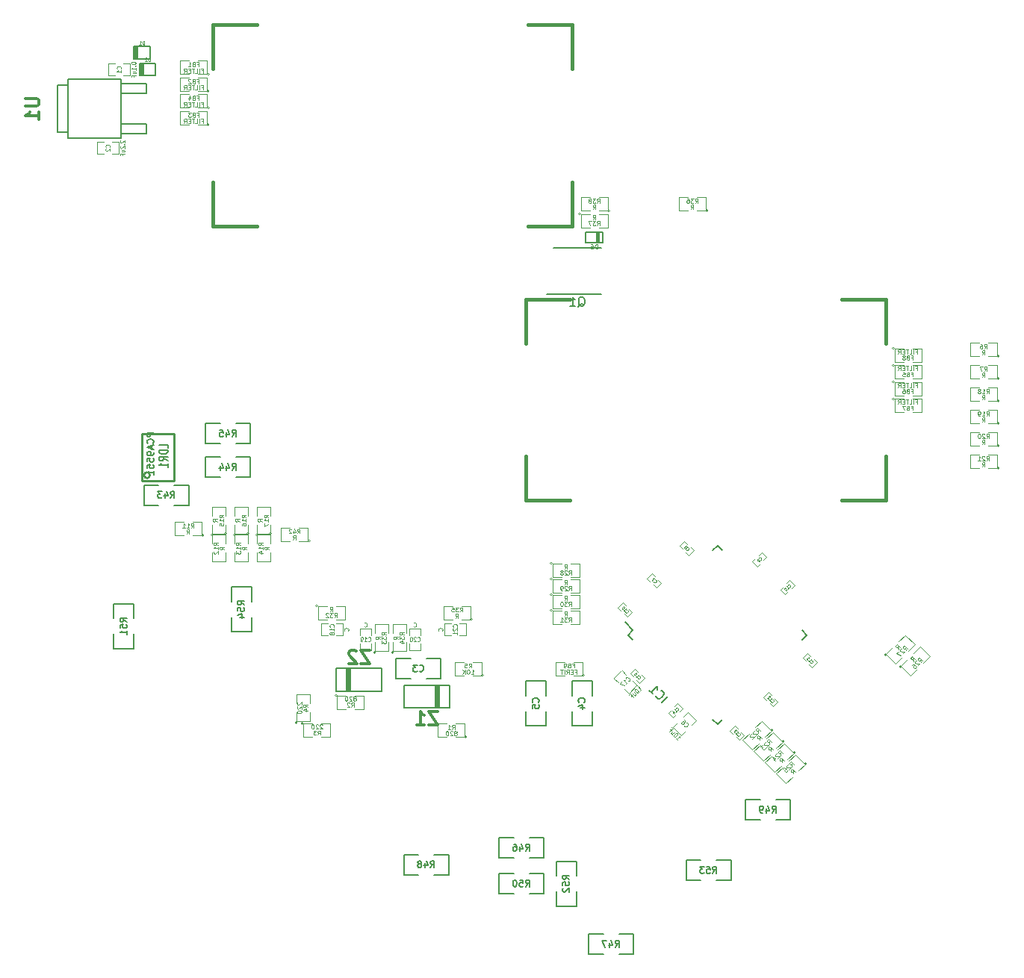
<source format=gbr>
G04 #@! TF.FileFunction,Legend,Bot*
%FSLAX46Y46*%
G04 Gerber Fmt 4.6, Leading zero omitted, Abs format (unit mm)*
G04 Created by KiCad (PCBNEW (2015-10-27 BZR 6284, Git 48df08c)-product) date Wed 09 Dec 2015 03:30:12 AM CET*
%MOMM*%
G01*
G04 APERTURE LIST*
%ADD10C,0.100000*%
%ADD11C,0.150000*%
%ADD12C,0.400000*%
%ADD13C,0.254000*%
%ADD14C,0.099060*%
%ADD15C,0.127000*%
%ADD16C,0.071120*%
%ADD17C,0.119380*%
%ADD18C,0.190500*%
%ADD19C,0.109220*%
%ADD20C,0.114300*%
%ADD21C,0.304800*%
G04 APERTURE END LIST*
D10*
D11*
X128283018Y-115570000D02*
X128848703Y-115004315D01*
X138430000Y-125716982D02*
X138995685Y-125151297D01*
X148576982Y-115570000D02*
X148011297Y-116135685D01*
X138430000Y-105423018D02*
X137864315Y-105988703D01*
X128283018Y-115570000D02*
X128848703Y-116135685D01*
X138430000Y-105423018D02*
X138995685Y-105988703D01*
X148576982Y-115570000D02*
X148011297Y-115004315D01*
X138430000Y-125716982D02*
X137864315Y-125151297D01*
X128848703Y-115004315D02*
X127947142Y-114102753D01*
D12*
X157540000Y-77500000D02*
X152540000Y-77500000D01*
X157540000Y-77500000D02*
X157540000Y-82500000D01*
X116740000Y-77500000D02*
X121740000Y-77500000D01*
X116740000Y-77500000D02*
X116740000Y-82500000D01*
X116740000Y-100300000D02*
X116740000Y-95300000D01*
X116740000Y-100300000D02*
X121740000Y-100300000D01*
X157540000Y-100300000D02*
X157540000Y-95300000D01*
X157540000Y-100300000D02*
X152540000Y-100300000D01*
D13*
X76835000Y-98044000D02*
X76835000Y-92710000D01*
X76835000Y-92710000D02*
X73152000Y-92710000D01*
X73152000Y-92710000D02*
X73152000Y-98044000D01*
X73152000Y-98044000D02*
X76835000Y-98044000D01*
X74097039Y-97452180D02*
G75*
G03X74097039Y-97452180I-325279J0D01*
G01*
D14*
X92265500Y-104902000D02*
G75*
G03X92265500Y-104902000I-127000J0D01*
G01*
X90995500Y-104902000D02*
X92011500Y-104902000D01*
X92011500Y-104902000D02*
X92011500Y-103378000D01*
X92011500Y-103378000D02*
X90995500Y-103378000D01*
X89979500Y-103378000D02*
X88963500Y-103378000D01*
X88963500Y-103378000D02*
X88963500Y-104902000D01*
X88963500Y-104902000D02*
X89979500Y-104902000D01*
X159291232Y-119158137D02*
G75*
G03X159291232Y-119158137I-127000J0D01*
G01*
X159972455Y-118349914D02*
X159254035Y-119068334D01*
X159254035Y-119068334D02*
X160331666Y-120145965D01*
X160331666Y-120145965D02*
X161050086Y-119427545D01*
X161768507Y-118709124D02*
X162486927Y-117990704D01*
X162486927Y-117990704D02*
X161409296Y-116913073D01*
X161409296Y-116913073D02*
X160690876Y-117631493D01*
D15*
X118999000Y-125857000D02*
X116713000Y-125857000D01*
X116713000Y-125857000D02*
X116713000Y-124206000D01*
X118999000Y-122428000D02*
X118999000Y-120777000D01*
X118999000Y-120777000D02*
X116713000Y-120777000D01*
X116713000Y-120777000D02*
X116713000Y-122428000D01*
X118999000Y-124206000D02*
X118999000Y-125857000D01*
X124206000Y-125857000D02*
X121920000Y-125857000D01*
X121920000Y-125857000D02*
X121920000Y-124206000D01*
X124206000Y-122428000D02*
X124206000Y-120777000D01*
X124206000Y-120777000D02*
X121920000Y-120777000D01*
X121920000Y-120777000D02*
X121920000Y-122428000D01*
X124206000Y-124206000D02*
X124206000Y-125857000D01*
D16*
X128401112Y-112622296D02*
X128760322Y-112981507D01*
X128760322Y-112981507D02*
X128221507Y-113520322D01*
X128221507Y-113520322D02*
X127862296Y-113161112D01*
X128041902Y-112263086D02*
X127682691Y-111903876D01*
X127682691Y-111903876D02*
X127143876Y-112442691D01*
X127143876Y-112442691D02*
X127503086Y-112801902D01*
X131703112Y-109320296D02*
X132062322Y-109679507D01*
X132062322Y-109679507D02*
X131523507Y-110218322D01*
X131523507Y-110218322D02*
X131164296Y-109859112D01*
X131343902Y-108961086D02*
X130984691Y-108601876D01*
X130984691Y-108601876D02*
X130445876Y-109140691D01*
X130445876Y-109140691D02*
X130805086Y-109499902D01*
X146457704Y-110621112D02*
X146098493Y-110980322D01*
X146098493Y-110980322D02*
X145559678Y-110441507D01*
X145559678Y-110441507D02*
X145918888Y-110082296D01*
X146816914Y-110261902D02*
X147176124Y-109902691D01*
X147176124Y-109902691D02*
X146637309Y-109363876D01*
X146637309Y-109363876D02*
X146278098Y-109723086D01*
X148458888Y-118517704D02*
X148099678Y-118158493D01*
X148099678Y-118158493D02*
X148638493Y-117619678D01*
X148638493Y-117619678D02*
X148997704Y-117978888D01*
X148818098Y-118876914D02*
X149177309Y-119236124D01*
X149177309Y-119236124D02*
X149716124Y-118697309D01*
X149716124Y-118697309D02*
X149356914Y-118338098D01*
X141101914Y-126593098D02*
X141461124Y-126952309D01*
X141461124Y-126952309D02*
X140922309Y-127491124D01*
X140922309Y-127491124D02*
X140563098Y-127131914D01*
X140742704Y-126233888D02*
X140383493Y-125874678D01*
X140383493Y-125874678D02*
X139844678Y-126413493D01*
X139844678Y-126413493D02*
X140203888Y-126772704D01*
X144911112Y-122782296D02*
X145270322Y-123141507D01*
X145270322Y-123141507D02*
X144731507Y-123680322D01*
X144731507Y-123680322D02*
X144372296Y-123321112D01*
X144551902Y-122423086D02*
X144192691Y-122063876D01*
X144192691Y-122063876D02*
X143653876Y-122602691D01*
X143653876Y-122602691D02*
X144013086Y-122961902D01*
D14*
X170370500Y-89027000D02*
G75*
G03X170370500Y-89027000I-127000J0D01*
G01*
X169100500Y-89027000D02*
X170116500Y-89027000D01*
X170116500Y-89027000D02*
X170116500Y-87503000D01*
X170116500Y-87503000D02*
X169100500Y-87503000D01*
X168084500Y-87503000D02*
X167068500Y-87503000D01*
X167068500Y-87503000D02*
X167068500Y-89027000D01*
X167068500Y-89027000D02*
X168084500Y-89027000D01*
X170370500Y-96647000D02*
G75*
G03X170370500Y-96647000I-127000J0D01*
G01*
X169100500Y-96647000D02*
X170116500Y-96647000D01*
X170116500Y-96647000D02*
X170116500Y-95123000D01*
X170116500Y-95123000D02*
X169100500Y-95123000D01*
X168084500Y-95123000D02*
X167068500Y-95123000D01*
X167068500Y-95123000D02*
X167068500Y-96647000D01*
X167068500Y-96647000D02*
X168084500Y-96647000D01*
X170370500Y-91567000D02*
G75*
G03X170370500Y-91567000I-127000J0D01*
G01*
X169100500Y-91567000D02*
X170116500Y-91567000D01*
X170116500Y-91567000D02*
X170116500Y-90043000D01*
X170116500Y-90043000D02*
X169100500Y-90043000D01*
X168084500Y-90043000D02*
X167068500Y-90043000D01*
X167068500Y-90043000D02*
X167068500Y-91567000D01*
X167068500Y-91567000D02*
X168084500Y-91567000D01*
D17*
X70111620Y-52085240D02*
X69413120Y-52085240D01*
X71112380Y-52085240D02*
X71810880Y-52085240D01*
X70111620Y-50784760D02*
X69413120Y-50784760D01*
X71810880Y-50784760D02*
X71112380Y-50784760D01*
X69413120Y-50800000D02*
X69413120Y-52070000D01*
X71810880Y-52070000D02*
X71810880Y-50800000D01*
X68841620Y-60975240D02*
X68143120Y-60975240D01*
X69842380Y-60975240D02*
X70540880Y-60975240D01*
X68841620Y-59674760D02*
X68143120Y-59674760D01*
X70540880Y-59674760D02*
X69842380Y-59674760D01*
X68143120Y-59690000D02*
X68143120Y-60960000D01*
X70540880Y-60960000D02*
X70540880Y-59690000D01*
D15*
X107061000Y-118237000D02*
X107061000Y-120523000D01*
X107061000Y-120523000D02*
X105410000Y-120523000D01*
X103632000Y-118237000D02*
X101981000Y-118237000D01*
X101981000Y-118237000D02*
X101981000Y-120523000D01*
X101981000Y-120523000D02*
X103632000Y-120523000D01*
X105410000Y-118237000D02*
X107061000Y-118237000D01*
D17*
X134610218Y-124820204D02*
X135104132Y-124326290D01*
X133902574Y-125527848D02*
X133408660Y-126021762D01*
X135529796Y-125739782D02*
X136023710Y-125245868D01*
X134328238Y-126941340D02*
X134822152Y-126447426D01*
X136012934Y-125235092D02*
X135114908Y-124337066D01*
X133419436Y-126032538D02*
X134317462Y-126930564D01*
D16*
X135386112Y-105637296D02*
X135745322Y-105996507D01*
X135745322Y-105996507D02*
X135206507Y-106535322D01*
X135206507Y-106535322D02*
X134847296Y-106176112D01*
X135026902Y-105278086D02*
X134667691Y-104918876D01*
X134667691Y-104918876D02*
X134128876Y-105457691D01*
X134128876Y-105457691D02*
X134488086Y-105816902D01*
X143281902Y-107446914D02*
X142922691Y-107806124D01*
X142922691Y-107806124D02*
X142383876Y-107267309D01*
X142383876Y-107267309D02*
X142743086Y-106908098D01*
X143641112Y-107087704D02*
X144000322Y-106728493D01*
X144000322Y-106728493D02*
X143461507Y-106189678D01*
X143461507Y-106189678D02*
X143102296Y-106548888D01*
X133757704Y-124591112D02*
X133398493Y-124950322D01*
X133398493Y-124950322D02*
X132859678Y-124411507D01*
X132859678Y-124411507D02*
X133218888Y-124052296D01*
X134116914Y-124231902D02*
X134476124Y-123872691D01*
X134476124Y-123872691D02*
X133937309Y-123333876D01*
X133937309Y-123333876D02*
X133578098Y-123693086D01*
X129798914Y-120116098D02*
X130158124Y-120475309D01*
X130158124Y-120475309D02*
X129619309Y-121014124D01*
X129619309Y-121014124D02*
X129260098Y-120654914D01*
X129439704Y-119756888D02*
X129080493Y-119397678D01*
X129080493Y-119397678D02*
X128541678Y-119936493D01*
X128541678Y-119936493D02*
X128900888Y-120295704D01*
D17*
X127171574Y-120979152D02*
X126677660Y-120485238D01*
X127879218Y-121686796D02*
X128373132Y-122180710D01*
X128091152Y-120059574D02*
X127597238Y-119565660D01*
X129292710Y-121261132D02*
X128798796Y-120767218D01*
X127586462Y-119576436D02*
X126688436Y-120474462D01*
X128383908Y-122169934D02*
X129281934Y-121271908D01*
X94241620Y-115585240D02*
X93543120Y-115585240D01*
X95242380Y-115585240D02*
X95940880Y-115585240D01*
X94241620Y-114284760D02*
X93543120Y-114284760D01*
X95940880Y-114284760D02*
X95242380Y-114284760D01*
X93543120Y-114300000D02*
X93543120Y-115570000D01*
X95940880Y-115570000D02*
X95940880Y-114300000D01*
X99202240Y-116578380D02*
X99202240Y-117276880D01*
X99202240Y-115577620D02*
X99202240Y-114879120D01*
X97901760Y-116578380D02*
X97901760Y-117276880D01*
X97901760Y-114879120D02*
X97901760Y-115577620D01*
X97917000Y-117276880D02*
X99187000Y-117276880D01*
X99187000Y-114879120D02*
X97917000Y-114879120D01*
X104790240Y-116578380D02*
X104790240Y-117276880D01*
X104790240Y-115577620D02*
X104790240Y-114879120D01*
X103489760Y-116578380D02*
X103489760Y-117276880D01*
X103489760Y-114879120D02*
X103489760Y-115577620D01*
X103505000Y-117276880D02*
X104775000Y-117276880D01*
X104775000Y-114879120D02*
X103505000Y-114879120D01*
X109212380Y-114284760D02*
X109910880Y-114284760D01*
X108211620Y-114284760D02*
X107513120Y-114284760D01*
X109212380Y-115585240D02*
X109910880Y-115585240D01*
X107513120Y-115585240D02*
X108211620Y-115585240D01*
X109910880Y-115570000D02*
X109910880Y-114300000D01*
X107513120Y-114300000D02*
X107513120Y-115570000D01*
D15*
X72395080Y-48828960D02*
X72395080Y-50231040D01*
X72494140Y-50231040D02*
X72494140Y-48828960D01*
X72595740Y-48828960D02*
X72595740Y-50231040D01*
X72694800Y-48828960D02*
X72694800Y-50231040D01*
X72296020Y-48828960D02*
X74094340Y-48828960D01*
X74094340Y-48828960D02*
X74094340Y-50231040D01*
X74094340Y-50231040D02*
X72296020Y-50231040D01*
X72296020Y-50231040D02*
X72296020Y-48828960D01*
X73030080Y-50733960D02*
X73030080Y-52136040D01*
X73129140Y-52136040D02*
X73129140Y-50733960D01*
X73230740Y-50733960D02*
X73230740Y-52136040D01*
X73329800Y-50733960D02*
X73329800Y-52136040D01*
X72931020Y-50733960D02*
X74729340Y-50733960D01*
X74729340Y-50733960D02*
X74729340Y-52136040D01*
X74729340Y-52136040D02*
X72931020Y-52136040D01*
X72931020Y-52136040D02*
X72931020Y-50733960D01*
X124980700Y-71081900D02*
X124980700Y-69888100D01*
X124853700Y-69888100D02*
X124853700Y-71081900D01*
X124726700Y-71081900D02*
X124726700Y-69888100D01*
X123456700Y-71081900D02*
X123456700Y-69888100D01*
X123456700Y-69888100D02*
X125463300Y-69888100D01*
X125463300Y-69888100D02*
X125463300Y-71081900D01*
X125463300Y-71081900D02*
X123456700Y-71081900D01*
D14*
X80835500Y-51968106D02*
G75*
G03X80835500Y-51968106I-127000J0D01*
G01*
X79565500Y-51968106D02*
X80581500Y-51968106D01*
X80581500Y-51968106D02*
X80581500Y-50444106D01*
X80581500Y-50444106D02*
X79565500Y-50444106D01*
X78549500Y-50444106D02*
X77533500Y-50444106D01*
X77533500Y-50444106D02*
X77533500Y-51968106D01*
X77533500Y-51968106D02*
X78549500Y-51968106D01*
X80835500Y-53873106D02*
G75*
G03X80835500Y-53873106I-127000J0D01*
G01*
X79565500Y-53873106D02*
X80581500Y-53873106D01*
X80581500Y-53873106D02*
X80581500Y-52349106D01*
X80581500Y-52349106D02*
X79565500Y-52349106D01*
X78549500Y-52349106D02*
X77533500Y-52349106D01*
X77533500Y-52349106D02*
X77533500Y-53873106D01*
X77533500Y-53873106D02*
X78549500Y-53873106D01*
X80835500Y-57683106D02*
G75*
G03X80835500Y-57683106I-127000J0D01*
G01*
X79565500Y-57683106D02*
X80581500Y-57683106D01*
X80581500Y-57683106D02*
X80581500Y-56159106D01*
X80581500Y-56159106D02*
X79565500Y-56159106D01*
X78549500Y-56159106D02*
X77533500Y-56159106D01*
X77533500Y-56159106D02*
X77533500Y-57683106D01*
X77533500Y-57683106D02*
X78549500Y-57683106D01*
X80835500Y-55778106D02*
G75*
G03X80835500Y-55778106I-127000J0D01*
G01*
X79565500Y-55778106D02*
X80581500Y-55778106D01*
X80581500Y-55778106D02*
X80581500Y-54254106D01*
X80581500Y-54254106D02*
X79565500Y-54254106D01*
X78549500Y-54254106D02*
X77533500Y-54254106D01*
X77533500Y-54254106D02*
X77533500Y-55778106D01*
X77533500Y-55778106D02*
X78549500Y-55778106D01*
X158496000Y-84963000D02*
G75*
G03X158496000Y-84963000I-127000J0D01*
G01*
X159512000Y-84963000D02*
X158496000Y-84963000D01*
X158496000Y-84963000D02*
X158496000Y-86487000D01*
X158496000Y-86487000D02*
X159512000Y-86487000D01*
X160528000Y-86487000D02*
X161544000Y-86487000D01*
X161544000Y-86487000D02*
X161544000Y-84963000D01*
X161544000Y-84963000D02*
X160528000Y-84963000D01*
X158496000Y-86868000D02*
G75*
G03X158496000Y-86868000I-127000J0D01*
G01*
X159512000Y-86868000D02*
X158496000Y-86868000D01*
X158496000Y-86868000D02*
X158496000Y-88392000D01*
X158496000Y-88392000D02*
X159512000Y-88392000D01*
X160528000Y-88392000D02*
X161544000Y-88392000D01*
X161544000Y-88392000D02*
X161544000Y-86868000D01*
X161544000Y-86868000D02*
X160528000Y-86868000D01*
X158496000Y-88773000D02*
G75*
G03X158496000Y-88773000I-127000J0D01*
G01*
X159512000Y-88773000D02*
X158496000Y-88773000D01*
X158496000Y-88773000D02*
X158496000Y-90297000D01*
X158496000Y-90297000D02*
X159512000Y-90297000D01*
X160528000Y-90297000D02*
X161544000Y-90297000D01*
X161544000Y-90297000D02*
X161544000Y-88773000D01*
X161544000Y-88773000D02*
X160528000Y-88773000D01*
X158496000Y-83058000D02*
G75*
G03X158496000Y-83058000I-127000J0D01*
G01*
X159512000Y-83058000D02*
X158496000Y-83058000D01*
X158496000Y-83058000D02*
X158496000Y-84582000D01*
X158496000Y-84582000D02*
X159512000Y-84582000D01*
X160528000Y-84582000D02*
X161544000Y-84582000D01*
X161544000Y-84582000D02*
X161544000Y-83058000D01*
X161544000Y-83058000D02*
X160528000Y-83058000D01*
X123380500Y-120142000D02*
G75*
G03X123380500Y-120142000I-127000J0D01*
G01*
X122110500Y-120142000D02*
X123126500Y-120142000D01*
X123126500Y-120142000D02*
X123126500Y-118618000D01*
X123126500Y-118618000D02*
X122110500Y-118618000D01*
X121094500Y-118618000D02*
X120078500Y-118618000D01*
X120078500Y-118618000D02*
X120078500Y-120142000D01*
X120078500Y-120142000D02*
X121094500Y-120142000D01*
D11*
X119105000Y-76895000D02*
X125305000Y-76895000D01*
X119805000Y-71695000D02*
X125305000Y-71695000D01*
D14*
X110045500Y-127127000D02*
G75*
G03X110045500Y-127127000I-127000J0D01*
G01*
X108775500Y-127127000D02*
X109791500Y-127127000D01*
X109791500Y-127127000D02*
X109791500Y-125603000D01*
X109791500Y-125603000D02*
X108775500Y-125603000D01*
X107759500Y-125603000D02*
X106743500Y-125603000D01*
X106743500Y-125603000D02*
X106743500Y-127127000D01*
X106743500Y-127127000D02*
X107759500Y-127127000D01*
X95313500Y-122428000D02*
G75*
G03X95313500Y-122428000I-127000J0D01*
G01*
X96329500Y-122428000D02*
X95313500Y-122428000D01*
X95313500Y-122428000D02*
X95313500Y-123952000D01*
X95313500Y-123952000D02*
X96329500Y-123952000D01*
X97345500Y-123952000D02*
X98361500Y-123952000D01*
X98361500Y-123952000D02*
X98361500Y-122428000D01*
X98361500Y-122428000D02*
X97345500Y-122428000D01*
X91503500Y-125603000D02*
G75*
G03X91503500Y-125603000I-127000J0D01*
G01*
X92519500Y-125603000D02*
X91503500Y-125603000D01*
X91503500Y-125603000D02*
X91503500Y-127127000D01*
X91503500Y-127127000D02*
X92519500Y-127127000D01*
X93535500Y-127127000D02*
X94551500Y-127127000D01*
X94551500Y-127127000D02*
X94551500Y-125603000D01*
X94551500Y-125603000D02*
X93535500Y-125603000D01*
X90805000Y-125476000D02*
G75*
G03X90805000Y-125476000I-127000J0D01*
G01*
X90678000Y-124333000D02*
X90678000Y-125349000D01*
X90678000Y-125349000D02*
X92202000Y-125349000D01*
X92202000Y-125349000D02*
X92202000Y-124333000D01*
X92202000Y-123317000D02*
X92202000Y-122301000D01*
X92202000Y-122301000D02*
X90678000Y-122301000D01*
X90678000Y-122301000D02*
X90678000Y-123317000D01*
X111950500Y-120142000D02*
G75*
G03X111950500Y-120142000I-127000J0D01*
G01*
X110680500Y-120142000D02*
X111696500Y-120142000D01*
X111696500Y-120142000D02*
X111696500Y-118618000D01*
X111696500Y-118618000D02*
X110680500Y-118618000D01*
X109664500Y-118618000D02*
X108648500Y-118618000D01*
X108648500Y-118618000D02*
X108648500Y-120142000D01*
X108648500Y-120142000D02*
X109664500Y-120142000D01*
X170370500Y-83947000D02*
G75*
G03X170370500Y-83947000I-127000J0D01*
G01*
X169100500Y-83947000D02*
X170116500Y-83947000D01*
X170116500Y-83947000D02*
X170116500Y-82423000D01*
X170116500Y-82423000D02*
X169100500Y-82423000D01*
X168084500Y-82423000D02*
X167068500Y-82423000D01*
X167068500Y-82423000D02*
X167068500Y-83947000D01*
X167068500Y-83947000D02*
X168084500Y-83947000D01*
X170370500Y-86487000D02*
G75*
G03X170370500Y-86487000I-127000J0D01*
G01*
X169100500Y-86487000D02*
X170116500Y-86487000D01*
X170116500Y-86487000D02*
X170116500Y-84963000D01*
X170116500Y-84963000D02*
X169100500Y-84963000D01*
X168084500Y-84963000D02*
X167068500Y-84963000D01*
X167068500Y-84963000D02*
X167068500Y-86487000D01*
X167068500Y-86487000D02*
X168084500Y-86487000D01*
X80200500Y-104267000D02*
G75*
G03X80200500Y-104267000I-127000J0D01*
G01*
X78930500Y-104267000D02*
X79946500Y-104267000D01*
X79946500Y-104267000D02*
X79946500Y-102743000D01*
X79946500Y-102743000D02*
X78930500Y-102743000D01*
X77914500Y-102743000D02*
X76898500Y-102743000D01*
X76898500Y-102743000D02*
X76898500Y-104267000D01*
X76898500Y-104267000D02*
X77914500Y-104267000D01*
X82804000Y-104076500D02*
G75*
G03X82804000Y-104076500I-127000J0D01*
G01*
X82677000Y-105219500D02*
X82677000Y-104203500D01*
X82677000Y-104203500D02*
X81153000Y-104203500D01*
X81153000Y-104203500D02*
X81153000Y-105219500D01*
X81153000Y-106235500D02*
X81153000Y-107251500D01*
X81153000Y-107251500D02*
X82677000Y-107251500D01*
X82677000Y-107251500D02*
X82677000Y-106235500D01*
X85344000Y-104076500D02*
G75*
G03X85344000Y-104076500I-127000J0D01*
G01*
X85217000Y-105219500D02*
X85217000Y-104203500D01*
X85217000Y-104203500D02*
X83693000Y-104203500D01*
X83693000Y-104203500D02*
X83693000Y-105219500D01*
X83693000Y-106235500D02*
X83693000Y-107251500D01*
X83693000Y-107251500D02*
X85217000Y-107251500D01*
X85217000Y-107251500D02*
X85217000Y-106235500D01*
X87884000Y-104076500D02*
G75*
G03X87884000Y-104076500I-127000J0D01*
G01*
X87757000Y-105219500D02*
X87757000Y-104203500D01*
X87757000Y-104203500D02*
X86233000Y-104203500D01*
X86233000Y-104203500D02*
X86233000Y-105219500D01*
X86233000Y-106235500D02*
X86233000Y-107251500D01*
X86233000Y-107251500D02*
X87757000Y-107251500D01*
X87757000Y-107251500D02*
X87757000Y-106235500D01*
X81280000Y-104203500D02*
G75*
G03X81280000Y-104203500I-127000J0D01*
G01*
X81153000Y-103060500D02*
X81153000Y-104076500D01*
X81153000Y-104076500D02*
X82677000Y-104076500D01*
X82677000Y-104076500D02*
X82677000Y-103060500D01*
X82677000Y-102044500D02*
X82677000Y-101028500D01*
X82677000Y-101028500D02*
X81153000Y-101028500D01*
X81153000Y-101028500D02*
X81153000Y-102044500D01*
X83820000Y-104203500D02*
G75*
G03X83820000Y-104203500I-127000J0D01*
G01*
X83693000Y-103060500D02*
X83693000Y-104076500D01*
X83693000Y-104076500D02*
X85217000Y-104076500D01*
X85217000Y-104076500D02*
X85217000Y-103060500D01*
X85217000Y-102044500D02*
X85217000Y-101028500D01*
X85217000Y-101028500D02*
X83693000Y-101028500D01*
X83693000Y-101028500D02*
X83693000Y-102044500D01*
X86360000Y-104203500D02*
G75*
G03X86360000Y-104203500I-127000J0D01*
G01*
X86233000Y-103060500D02*
X86233000Y-104076500D01*
X86233000Y-104076500D02*
X87757000Y-104076500D01*
X87757000Y-104076500D02*
X87757000Y-103060500D01*
X87757000Y-102044500D02*
X87757000Y-101028500D01*
X87757000Y-101028500D02*
X86233000Y-101028500D01*
X86233000Y-101028500D02*
X86233000Y-102044500D01*
X170370500Y-94107000D02*
G75*
G03X170370500Y-94107000I-127000J0D01*
G01*
X169100500Y-94107000D02*
X170116500Y-94107000D01*
X170116500Y-94107000D02*
X170116500Y-92583000D01*
X170116500Y-92583000D02*
X169100500Y-92583000D01*
X168084500Y-92583000D02*
X167068500Y-92583000D01*
X167068500Y-92583000D02*
X167068500Y-94107000D01*
X167068500Y-94107000D02*
X168084500Y-94107000D01*
X144746768Y-126332863D02*
G75*
G03X144746768Y-126332863I-127000J0D01*
G01*
X143811545Y-127141086D02*
X144529965Y-126422666D01*
X144529965Y-126422666D02*
X143452334Y-125345035D01*
X143452334Y-125345035D02*
X142733914Y-126063455D01*
X142015493Y-126781876D02*
X141297073Y-127500296D01*
X141297073Y-127500296D02*
X142374704Y-128577927D01*
X142374704Y-128577927D02*
X143093124Y-127859507D01*
X146016768Y-127602863D02*
G75*
G03X146016768Y-127602863I-127000J0D01*
G01*
X145081545Y-128411086D02*
X145799965Y-127692666D01*
X145799965Y-127692666D02*
X144722334Y-126615035D01*
X144722334Y-126615035D02*
X144003914Y-127333455D01*
X143285493Y-128051876D02*
X142567073Y-128770296D01*
X142567073Y-128770296D02*
X143644704Y-129847927D01*
X143644704Y-129847927D02*
X144363124Y-129129507D01*
X147286768Y-128872863D02*
G75*
G03X147286768Y-128872863I-127000J0D01*
G01*
X146351545Y-129681086D02*
X147069965Y-128962666D01*
X147069965Y-128962666D02*
X145992334Y-127885035D01*
X145992334Y-127885035D02*
X145273914Y-128603455D01*
X144555493Y-129321876D02*
X143837073Y-130040296D01*
X143837073Y-130040296D02*
X144914704Y-131117927D01*
X144914704Y-131117927D02*
X145633124Y-130399507D01*
X148556768Y-130142863D02*
G75*
G03X148556768Y-130142863I-127000J0D01*
G01*
X147621545Y-130951086D02*
X148339965Y-130232666D01*
X148339965Y-130232666D02*
X147262334Y-129155035D01*
X147262334Y-129155035D02*
X146543914Y-129873455D01*
X145825493Y-130591876D02*
X145107073Y-131310296D01*
X145107073Y-131310296D02*
X146184704Y-132387927D01*
X146184704Y-132387927D02*
X146903124Y-131669507D01*
X157590270Y-117811099D02*
G75*
G03X157590270Y-117811099I-127000J0D01*
G01*
X158271493Y-117002876D02*
X157553073Y-117721296D01*
X157553073Y-117721296D02*
X158630704Y-118798927D01*
X158630704Y-118798927D02*
X159349124Y-118080507D01*
X160067545Y-117362086D02*
X160785965Y-116643666D01*
X160785965Y-116643666D02*
X159708334Y-115566035D01*
X159708334Y-115566035D02*
X158989914Y-116284455D01*
X119734761Y-107442000D02*
G75*
G03X119734761Y-107442000I-127000J0D01*
G01*
X120750761Y-107442000D02*
X119734761Y-107442000D01*
X119734761Y-107442000D02*
X119734761Y-108966000D01*
X119734761Y-108966000D02*
X120750761Y-108966000D01*
X121766761Y-108966000D02*
X122782761Y-108966000D01*
X122782761Y-108966000D02*
X122782761Y-107442000D01*
X122782761Y-107442000D02*
X121766761Y-107442000D01*
X119734761Y-109220000D02*
G75*
G03X119734761Y-109220000I-127000J0D01*
G01*
X120750761Y-109220000D02*
X119734761Y-109220000D01*
X119734761Y-109220000D02*
X119734761Y-110744000D01*
X119734761Y-110744000D02*
X120750761Y-110744000D01*
X121766761Y-110744000D02*
X122782761Y-110744000D01*
X122782761Y-110744000D02*
X122782761Y-109220000D01*
X122782761Y-109220000D02*
X121766761Y-109220000D01*
X119734761Y-110998000D02*
G75*
G03X119734761Y-110998000I-127000J0D01*
G01*
X120750761Y-110998000D02*
X119734761Y-110998000D01*
X119734761Y-110998000D02*
X119734761Y-112522000D01*
X119734761Y-112522000D02*
X120750761Y-112522000D01*
X121766761Y-112522000D02*
X122782761Y-112522000D01*
X122782761Y-112522000D02*
X122782761Y-110998000D01*
X122782761Y-110998000D02*
X121766761Y-110998000D01*
X119734761Y-112776000D02*
G75*
G03X119734761Y-112776000I-127000J0D01*
G01*
X120750761Y-112776000D02*
X119734761Y-112776000D01*
X119734761Y-112776000D02*
X119734761Y-114300000D01*
X119734761Y-114300000D02*
X120750761Y-114300000D01*
X121766761Y-114300000D02*
X122782761Y-114300000D01*
X122782761Y-114300000D02*
X122782761Y-112776000D01*
X122782761Y-112776000D02*
X121766761Y-112776000D01*
X93154500Y-112268000D02*
G75*
G03X93154500Y-112268000I-127000J0D01*
G01*
X94170500Y-112268000D02*
X93154500Y-112268000D01*
X93154500Y-112268000D02*
X93154500Y-113792000D01*
X93154500Y-113792000D02*
X94170500Y-113792000D01*
X95186500Y-113792000D02*
X96202500Y-113792000D01*
X96202500Y-113792000D02*
X96202500Y-112268000D01*
X96202500Y-112268000D02*
X95186500Y-112268000D01*
X99695000Y-117538500D02*
G75*
G03X99695000Y-117538500I-127000J0D01*
G01*
X99568000Y-116395500D02*
X99568000Y-117411500D01*
X99568000Y-117411500D02*
X101092000Y-117411500D01*
X101092000Y-117411500D02*
X101092000Y-116395500D01*
X101092000Y-115379500D02*
X101092000Y-114363500D01*
X101092000Y-114363500D02*
X99568000Y-114363500D01*
X99568000Y-114363500D02*
X99568000Y-115379500D01*
X101727000Y-117538500D02*
G75*
G03X101727000Y-117538500I-127000J0D01*
G01*
X101600000Y-116395500D02*
X101600000Y-117411500D01*
X101600000Y-117411500D02*
X103124000Y-117411500D01*
X103124000Y-117411500D02*
X103124000Y-116395500D01*
X103124000Y-115379500D02*
X103124000Y-114363500D01*
X103124000Y-114363500D02*
X101600000Y-114363500D01*
X101600000Y-114363500D02*
X101600000Y-115379500D01*
X110680500Y-113792000D02*
G75*
G03X110680500Y-113792000I-127000J0D01*
G01*
X109410500Y-113792000D02*
X110426500Y-113792000D01*
X110426500Y-113792000D02*
X110426500Y-112268000D01*
X110426500Y-112268000D02*
X109410500Y-112268000D01*
X108394500Y-112268000D02*
X107378500Y-112268000D01*
X107378500Y-112268000D02*
X107378500Y-113792000D01*
X107378500Y-113792000D02*
X108394500Y-113792000D01*
X137350500Y-67437000D02*
G75*
G03X137350500Y-67437000I-127000J0D01*
G01*
X136080500Y-67437000D02*
X137096500Y-67437000D01*
X137096500Y-67437000D02*
X137096500Y-65913000D01*
X137096500Y-65913000D02*
X136080500Y-65913000D01*
X135064500Y-65913000D02*
X134048500Y-65913000D01*
X134048500Y-65913000D02*
X134048500Y-67437000D01*
X134048500Y-67437000D02*
X135064500Y-67437000D01*
X122936000Y-67818000D02*
G75*
G03X122936000Y-67818000I-127000J0D01*
G01*
X123952000Y-67818000D02*
X122936000Y-67818000D01*
X122936000Y-67818000D02*
X122936000Y-69342000D01*
X122936000Y-69342000D02*
X123952000Y-69342000D01*
X124968000Y-69342000D02*
X125984000Y-69342000D01*
X125984000Y-69342000D02*
X125984000Y-67818000D01*
X125984000Y-67818000D02*
X124968000Y-67818000D01*
X126238000Y-67437000D02*
G75*
G03X126238000Y-67437000I-127000J0D01*
G01*
X124968000Y-67437000D02*
X125984000Y-67437000D01*
X125984000Y-67437000D02*
X125984000Y-65913000D01*
X125984000Y-65913000D02*
X124968000Y-65913000D01*
X123952000Y-65913000D02*
X122936000Y-65913000D01*
X122936000Y-65913000D02*
X122936000Y-67437000D01*
X122936000Y-67437000D02*
X123952000Y-67437000D01*
D15*
X64782700Y-53174900D02*
X63588900Y-53174900D01*
X63588900Y-53174900D02*
X63588900Y-58585100D01*
X63588900Y-58585100D02*
X64795400Y-58585100D01*
X70789800Y-57607200D02*
X73698100Y-57607200D01*
X73698100Y-58750200D02*
X70789800Y-58750200D01*
X73698100Y-57607200D02*
X73698100Y-58750200D01*
X73698100Y-53009800D02*
X73698100Y-54152800D01*
X73698100Y-54152800D02*
X70789800Y-54152800D01*
X70789800Y-53009800D02*
X73698100Y-53009800D01*
X70789800Y-59232800D02*
X64795400Y-59232800D01*
X64795400Y-59232800D02*
X64795400Y-52527200D01*
X64795400Y-52527200D02*
X70789800Y-52527200D01*
X70789800Y-59232800D02*
X70789800Y-52527200D01*
X106865420Y-123850400D02*
X106865420Y-121259600D01*
X106624120Y-121259600D02*
X106624120Y-123850400D01*
X106751120Y-123850400D02*
X106751120Y-121259600D01*
X106497120Y-123850400D02*
X106497120Y-121259600D01*
X102890320Y-123850400D02*
X102890320Y-121259600D01*
X102890320Y-121259600D02*
X108097320Y-121259600D01*
X108097320Y-121259600D02*
X108097320Y-123850400D01*
X108097320Y-123850400D02*
X102890320Y-123850400D01*
X96418400Y-119354600D02*
X96418400Y-121945400D01*
X96659700Y-121945400D02*
X96659700Y-119354600D01*
X96532700Y-119354600D02*
X96532700Y-121945400D01*
X96786700Y-119354600D02*
X96786700Y-121945400D01*
X100393500Y-119354600D02*
X100393500Y-121945400D01*
X100393500Y-121945400D02*
X95186500Y-121945400D01*
X95186500Y-121945400D02*
X95186500Y-119354600D01*
X95186500Y-119354600D02*
X100393500Y-119354600D01*
X85471000Y-95377000D02*
X85471000Y-97663000D01*
X85471000Y-97663000D02*
X83820000Y-97663000D01*
X82042000Y-95377000D02*
X80391000Y-95377000D01*
X80391000Y-95377000D02*
X80391000Y-97663000D01*
X80391000Y-97663000D02*
X82042000Y-97663000D01*
X83820000Y-95377000D02*
X85471000Y-95377000D01*
X73406000Y-100838000D02*
X73406000Y-98552000D01*
X73406000Y-98552000D02*
X75057000Y-98552000D01*
X76835000Y-100838000D02*
X78486000Y-100838000D01*
X78486000Y-100838000D02*
X78486000Y-98552000D01*
X78486000Y-98552000D02*
X76835000Y-98552000D01*
X75057000Y-100838000D02*
X73406000Y-100838000D01*
X80391000Y-93853000D02*
X80391000Y-91567000D01*
X80391000Y-91567000D02*
X82042000Y-91567000D01*
X83820000Y-93853000D02*
X85471000Y-93853000D01*
X85471000Y-93853000D02*
X85471000Y-91567000D01*
X85471000Y-91567000D02*
X83820000Y-91567000D01*
X82042000Y-93853000D02*
X80391000Y-93853000D01*
X69977000Y-112014000D02*
X72263000Y-112014000D01*
X72263000Y-112014000D02*
X72263000Y-113665000D01*
X69977000Y-115443000D02*
X69977000Y-117094000D01*
X69977000Y-117094000D02*
X72263000Y-117094000D01*
X72263000Y-117094000D02*
X72263000Y-115443000D01*
X69977000Y-113665000D02*
X69977000Y-112014000D01*
X102870000Y-142748000D02*
X102870000Y-140462000D01*
X102870000Y-140462000D02*
X104521000Y-140462000D01*
X106299000Y-142748000D02*
X107950000Y-142748000D01*
X107950000Y-142748000D02*
X107950000Y-140462000D01*
X107950000Y-140462000D02*
X106299000Y-140462000D01*
X104521000Y-142748000D02*
X102870000Y-142748000D01*
X113665000Y-140843000D02*
X113665000Y-138557000D01*
X113665000Y-138557000D02*
X115316000Y-138557000D01*
X117094000Y-140843000D02*
X118745000Y-140843000D01*
X118745000Y-140843000D02*
X118745000Y-138557000D01*
X118745000Y-138557000D02*
X117094000Y-138557000D01*
X115316000Y-140843000D02*
X113665000Y-140843000D01*
X123825000Y-151765000D02*
X123825000Y-149479000D01*
X123825000Y-149479000D02*
X125476000Y-149479000D01*
X127254000Y-151765000D02*
X128905000Y-151765000D01*
X128905000Y-151765000D02*
X128905000Y-149479000D01*
X128905000Y-149479000D02*
X127254000Y-149479000D01*
X125476000Y-151765000D02*
X123825000Y-151765000D01*
X113665000Y-144907000D02*
X113665000Y-142621000D01*
X113665000Y-142621000D02*
X115316000Y-142621000D01*
X117094000Y-144907000D02*
X118745000Y-144907000D01*
X118745000Y-144907000D02*
X118745000Y-142621000D01*
X118745000Y-142621000D02*
X117094000Y-142621000D01*
X115316000Y-144907000D02*
X113665000Y-144907000D01*
X141605000Y-136525000D02*
X141605000Y-134239000D01*
X141605000Y-134239000D02*
X143256000Y-134239000D01*
X145034000Y-136525000D02*
X146685000Y-136525000D01*
X146685000Y-136525000D02*
X146685000Y-134239000D01*
X146685000Y-134239000D02*
X145034000Y-134239000D01*
X143256000Y-136525000D02*
X141605000Y-136525000D01*
X122428000Y-146304000D02*
X120142000Y-146304000D01*
X120142000Y-146304000D02*
X120142000Y-144653000D01*
X122428000Y-142875000D02*
X122428000Y-141224000D01*
X122428000Y-141224000D02*
X120142000Y-141224000D01*
X120142000Y-141224000D02*
X120142000Y-142875000D01*
X122428000Y-144653000D02*
X122428000Y-146304000D01*
X134874000Y-143383000D02*
X134874000Y-141097000D01*
X134874000Y-141097000D02*
X136525000Y-141097000D01*
X138303000Y-143383000D02*
X139954000Y-143383000D01*
X139954000Y-143383000D02*
X139954000Y-141097000D01*
X139954000Y-141097000D02*
X138303000Y-141097000D01*
X136525000Y-143383000D02*
X134874000Y-143383000D01*
D12*
X81200000Y-69185000D02*
X86200000Y-69185000D01*
X81200000Y-69185000D02*
X81200000Y-64185000D01*
X122000000Y-69185000D02*
X117000000Y-69185000D01*
X122000000Y-69185000D02*
X122000000Y-64185000D01*
X122000000Y-46385000D02*
X122000000Y-51385000D01*
X122000000Y-46385000D02*
X117000000Y-46385000D01*
X81200000Y-46385000D02*
X81200000Y-51385000D01*
X81200000Y-46385000D02*
X86200000Y-46385000D01*
D15*
X85598000Y-115189000D02*
X83312000Y-115189000D01*
X83312000Y-115189000D02*
X83312000Y-113538000D01*
X85598000Y-111760000D02*
X85598000Y-110109000D01*
X85598000Y-110109000D02*
X83312000Y-110109000D01*
X83312000Y-110109000D02*
X83312000Y-111760000D01*
X85598000Y-113538000D02*
X85598000Y-115189000D01*
D11*
X132118230Y-123262311D02*
X132825337Y-122555204D01*
X131444795Y-122454189D02*
X131444795Y-122521533D01*
X131512138Y-122656220D01*
X131579482Y-122723563D01*
X131714169Y-122790907D01*
X131848856Y-122790907D01*
X131949871Y-122757235D01*
X132118230Y-122656220D01*
X132219246Y-122555204D01*
X132320261Y-122386846D01*
X132353933Y-122285831D01*
X132353933Y-122151144D01*
X132286588Y-122016456D01*
X132219245Y-121949113D01*
X132084558Y-121881769D01*
X132017215Y-121881769D01*
X130704016Y-121848098D02*
X131108078Y-122252159D01*
X130906047Y-122050129D02*
X131613154Y-121343022D01*
X131579482Y-121511381D01*
X131579482Y-121646067D01*
X131613154Y-121747083D01*
D18*
X76138919Y-94361001D02*
X76138919Y-93998144D01*
X75122919Y-93998144D01*
X76138919Y-94615001D02*
X75122919Y-94615001D01*
X75122919Y-94796429D01*
X75171300Y-94905286D01*
X75268062Y-94977858D01*
X75364824Y-95014143D01*
X75558348Y-95050429D01*
X75703490Y-95050429D01*
X75897014Y-95014143D01*
X75993776Y-94977858D01*
X76090538Y-94905286D01*
X76138919Y-94796429D01*
X76138919Y-94615001D01*
X76138919Y-95812429D02*
X75655110Y-95558429D01*
X76138919Y-95377001D02*
X75122919Y-95377001D01*
X75122919Y-95667286D01*
X75171300Y-95739858D01*
X75219681Y-95776143D01*
X75316443Y-95812429D01*
X75461586Y-95812429D01*
X75558348Y-95776143D01*
X75606729Y-95739858D01*
X75655110Y-95667286D01*
X75655110Y-95377001D01*
X76138919Y-96538143D02*
X76138919Y-96102715D01*
X76138919Y-96320429D02*
X75122919Y-96320429D01*
X75268062Y-96247858D01*
X75364824Y-96175286D01*
X75413205Y-96102715D01*
X74525414Y-92642510D02*
X73763414Y-92642510D01*
X73763414Y-92932795D01*
X73799700Y-93005367D01*
X73835986Y-93041652D01*
X73908557Y-93077938D01*
X74017414Y-93077938D01*
X74089986Y-93041652D01*
X74126271Y-93005367D01*
X74162557Y-92932795D01*
X74162557Y-92642510D01*
X74452843Y-93839938D02*
X74489129Y-93803652D01*
X74525414Y-93694795D01*
X74525414Y-93622224D01*
X74489129Y-93513367D01*
X74416557Y-93440795D01*
X74343986Y-93404510D01*
X74198843Y-93368224D01*
X74089986Y-93368224D01*
X73944843Y-93404510D01*
X73872271Y-93440795D01*
X73799700Y-93513367D01*
X73763414Y-93622224D01*
X73763414Y-93694795D01*
X73799700Y-93803652D01*
X73835986Y-93839938D01*
X74307700Y-94130224D02*
X74307700Y-94493081D01*
X74525414Y-94057652D02*
X73763414Y-94311652D01*
X74525414Y-94565652D01*
X74525414Y-94855938D02*
X74525414Y-95001081D01*
X74489129Y-95073653D01*
X74452843Y-95109938D01*
X74343986Y-95182510D01*
X74198843Y-95218795D01*
X73908557Y-95218795D01*
X73835986Y-95182510D01*
X73799700Y-95146224D01*
X73763414Y-95073653D01*
X73763414Y-94928510D01*
X73799700Y-94855938D01*
X73835986Y-94819653D01*
X73908557Y-94783367D01*
X74089986Y-94783367D01*
X74162557Y-94819653D01*
X74198843Y-94855938D01*
X74235129Y-94928510D01*
X74235129Y-95073653D01*
X74198843Y-95146224D01*
X74162557Y-95182510D01*
X74089986Y-95218795D01*
X73763414Y-95908224D02*
X73763414Y-95545367D01*
X74126271Y-95509081D01*
X74089986Y-95545367D01*
X74053700Y-95617938D01*
X74053700Y-95799367D01*
X74089986Y-95871938D01*
X74126271Y-95908224D01*
X74198843Y-95944509D01*
X74380271Y-95944509D01*
X74452843Y-95908224D01*
X74489129Y-95871938D01*
X74525414Y-95799367D01*
X74525414Y-95617938D01*
X74489129Y-95545367D01*
X74452843Y-95509081D01*
X73763414Y-96633938D02*
X73763414Y-96271081D01*
X74126271Y-96234795D01*
X74089986Y-96271081D01*
X74053700Y-96343652D01*
X74053700Y-96525081D01*
X74089986Y-96597652D01*
X74126271Y-96633938D01*
X74198843Y-96670223D01*
X74380271Y-96670223D01*
X74452843Y-96633938D01*
X74489129Y-96597652D01*
X74525414Y-96525081D01*
X74525414Y-96343652D01*
X74489129Y-96271081D01*
X74452843Y-96234795D01*
X74525414Y-97395937D02*
X74525414Y-96960509D01*
X74525414Y-97178223D02*
X73763414Y-97178223D01*
X73872271Y-97105652D01*
X73944843Y-97033080D01*
X73981129Y-96960509D01*
D19*
X90809172Y-104048862D02*
X90975966Y-103810586D01*
X91095104Y-104048862D02*
X91095104Y-103548482D01*
X90904483Y-103548482D01*
X90856828Y-103572310D01*
X90833000Y-103596138D01*
X90809172Y-103643793D01*
X90809172Y-103715276D01*
X90833000Y-103762931D01*
X90856828Y-103786759D01*
X90904483Y-103810586D01*
X91095104Y-103810586D01*
X90380275Y-103715276D02*
X90380275Y-104048862D01*
X90499413Y-103524655D02*
X90618552Y-103882069D01*
X90308792Y-103882069D01*
X90142000Y-103596138D02*
X90118172Y-103572310D01*
X90070517Y-103548482D01*
X89951379Y-103548482D01*
X89903723Y-103572310D01*
X89879896Y-103596138D01*
X89856068Y-103643793D01*
X89856068Y-103691448D01*
X89879896Y-103762931D01*
X90165827Y-104048862D01*
X89856068Y-104048862D01*
X90332620Y-104747362D02*
X90499414Y-104509086D01*
X90618552Y-104747362D02*
X90618552Y-104246982D01*
X90427931Y-104246982D01*
X90380276Y-104270810D01*
X90356448Y-104294638D01*
X90332620Y-104342293D01*
X90332620Y-104413776D01*
X90356448Y-104461431D01*
X90380276Y-104485259D01*
X90427931Y-104509086D01*
X90618552Y-104509086D01*
X161482506Y-118686631D02*
X161431960Y-118400203D01*
X161684690Y-118484446D02*
X161330868Y-118130624D01*
X161196079Y-118265414D01*
X161179230Y-118315960D01*
X161179230Y-118349658D01*
X161196079Y-118400204D01*
X161246625Y-118450750D01*
X161297171Y-118467598D01*
X161330869Y-118467598D01*
X161381414Y-118450749D01*
X161516203Y-118315960D01*
X161027593Y-118501295D02*
X160993895Y-118501295D01*
X160943349Y-118518143D01*
X160859105Y-118602387D01*
X160842256Y-118652933D01*
X160842257Y-118686631D01*
X160859105Y-118737177D01*
X160892803Y-118770874D01*
X160960198Y-118804571D01*
X161364565Y-118804571D01*
X161145532Y-119023604D01*
X160488434Y-118973058D02*
X160555829Y-118905663D01*
X160606376Y-118888814D01*
X160640073Y-118888814D01*
X160724316Y-118905663D01*
X160808560Y-118956209D01*
X160943349Y-119090998D01*
X160960198Y-119141544D01*
X160960198Y-119175242D01*
X160943349Y-119225788D01*
X160875954Y-119293182D01*
X160825408Y-119310032D01*
X160791711Y-119310031D01*
X160741165Y-119293183D01*
X160656922Y-119208939D01*
X160640073Y-119158393D01*
X160640073Y-119124696D01*
X160656922Y-119074149D01*
X160724316Y-119006755D01*
X160774862Y-118989907D01*
X160808560Y-118989907D01*
X160859106Y-119006755D01*
X160651618Y-118529690D02*
X160601073Y-118243262D01*
X160853803Y-118327505D02*
X160499981Y-117973683D01*
X160365191Y-118108473D01*
X160348343Y-118159019D01*
X160348343Y-118192717D01*
X160365191Y-118243263D01*
X160415737Y-118293809D01*
X160466284Y-118310657D01*
X160499981Y-118310657D01*
X160550527Y-118293808D01*
X160685316Y-118159019D01*
D15*
X118128143Y-123190000D02*
X118164429Y-123153714D01*
X118200714Y-123044857D01*
X118200714Y-122972286D01*
X118164429Y-122863429D01*
X118091857Y-122790857D01*
X118019286Y-122754572D01*
X117874143Y-122718286D01*
X117765286Y-122718286D01*
X117620143Y-122754572D01*
X117547571Y-122790857D01*
X117475000Y-122863429D01*
X117438714Y-122972286D01*
X117438714Y-123044857D01*
X117475000Y-123153714D01*
X117511286Y-123190000D01*
X117438714Y-123879429D02*
X117438714Y-123516572D01*
X117801571Y-123480286D01*
X117765286Y-123516572D01*
X117729000Y-123589143D01*
X117729000Y-123770572D01*
X117765286Y-123843143D01*
X117801571Y-123879429D01*
X117874143Y-123915714D01*
X118055571Y-123915714D01*
X118128143Y-123879429D01*
X118164429Y-123843143D01*
X118200714Y-123770572D01*
X118200714Y-123589143D01*
X118164429Y-123516572D01*
X118128143Y-123480286D01*
X123335143Y-123190000D02*
X123371429Y-123153714D01*
X123407714Y-123044857D01*
X123407714Y-122972286D01*
X123371429Y-122863429D01*
X123298857Y-122790857D01*
X123226286Y-122754572D01*
X123081143Y-122718286D01*
X122972286Y-122718286D01*
X122827143Y-122754572D01*
X122754571Y-122790857D01*
X122682000Y-122863429D01*
X122645714Y-122972286D01*
X122645714Y-123044857D01*
X122682000Y-123153714D01*
X122718286Y-123190000D01*
X122899714Y-123843143D02*
X123407714Y-123843143D01*
X122609429Y-123661714D02*
X123153714Y-123480286D01*
X123153714Y-123952000D01*
D16*
X128002132Y-112939171D02*
X128000592Y-112961237D01*
X128019579Y-113003829D01*
X128040106Y-113024356D01*
X128082698Y-113043342D01*
X128126829Y-113040263D01*
X128160698Y-113026921D01*
X128218171Y-112989974D01*
X128253580Y-112954566D01*
X128290527Y-112897093D01*
X128303868Y-112863224D01*
X128306948Y-112819093D01*
X128287961Y-112776501D01*
X128267434Y-112755974D01*
X128224842Y-112736987D01*
X128202777Y-112738526D01*
X127773263Y-112757514D02*
X127896421Y-112880672D01*
X127834842Y-112819093D02*
X128082697Y-112571238D01*
X128067816Y-112627172D01*
X128064737Y-112671303D01*
X128073461Y-112703632D01*
X127826119Y-112314659D02*
X127928750Y-112417291D01*
X127820987Y-112545580D01*
X127822527Y-112523514D01*
X127813803Y-112491185D01*
X127762488Y-112439869D01*
X127730159Y-112431145D01*
X127708093Y-112432685D01*
X127674224Y-112446027D01*
X127615211Y-112505040D01*
X127601869Y-112538909D01*
X127600330Y-112560974D01*
X127609053Y-112593304D01*
X127660369Y-112644619D01*
X127692698Y-112653343D01*
X127714764Y-112651803D01*
X131201500Y-109534540D02*
X131199961Y-109556605D01*
X131218947Y-109599198D01*
X131239474Y-109619724D01*
X131282066Y-109638711D01*
X131326198Y-109635631D01*
X131360067Y-109622290D01*
X131417540Y-109585343D01*
X131452948Y-109549934D01*
X131489895Y-109492461D01*
X131503237Y-109458592D01*
X131506316Y-109414461D01*
X131487329Y-109371869D01*
X131466802Y-109351343D01*
X131424211Y-109332355D01*
X131402145Y-109333895D01*
X131353908Y-109238448D02*
X131210224Y-109094764D01*
X131054737Y-109434988D01*
X146594973Y-110122066D02*
X146617039Y-110123606D01*
X146659631Y-110104619D01*
X146680158Y-110084092D01*
X146699144Y-110041500D01*
X146696065Y-109997369D01*
X146682723Y-109963500D01*
X146645776Y-109906027D01*
X146610368Y-109870618D01*
X146552895Y-109833671D01*
X146519026Y-109820330D01*
X146474895Y-109817250D01*
X146432303Y-109836237D01*
X146411776Y-109856764D01*
X146392789Y-109899356D01*
X146394328Y-109921421D01*
X146413316Y-110350935D02*
X146536474Y-110227777D01*
X146474895Y-110289356D02*
X146227040Y-110041501D01*
X146282974Y-110056382D01*
X146327105Y-110059461D01*
X146359434Y-110050737D01*
X146032039Y-110236501D02*
X146011514Y-110257027D01*
X146002789Y-110289356D01*
X146004329Y-110311421D01*
X146017671Y-110345289D01*
X146054618Y-110402764D01*
X146113631Y-110461777D01*
X146171105Y-110498724D01*
X146204974Y-110512066D01*
X146227039Y-110513605D01*
X146259369Y-110504882D01*
X146279894Y-110484356D01*
X146288618Y-110452026D01*
X146287079Y-110429961D01*
X146273737Y-110396092D01*
X146236789Y-110338618D01*
X146177776Y-110279605D01*
X146120303Y-110242658D01*
X146086434Y-110229316D01*
X146064368Y-110227777D01*
X146032039Y-110236501D01*
X148957934Y-118654973D02*
X148956394Y-118677039D01*
X148975381Y-118719631D01*
X148995908Y-118740158D01*
X149038500Y-118759144D01*
X149082631Y-118756065D01*
X149116500Y-118742723D01*
X149173973Y-118705776D01*
X149209382Y-118670368D01*
X149246329Y-118612895D01*
X149259670Y-118579026D01*
X149262750Y-118534895D01*
X149243763Y-118492303D01*
X149223236Y-118471776D01*
X149180644Y-118452789D01*
X149158579Y-118454328D01*
X148729065Y-118473316D02*
X148852223Y-118596474D01*
X148790644Y-118534895D02*
X149038499Y-118287040D01*
X149023618Y-118342974D01*
X149020539Y-118387105D01*
X149029263Y-118419434D01*
X148523802Y-118268052D02*
X148646960Y-118391211D01*
X148585381Y-118329632D02*
X148833236Y-118081776D01*
X148818355Y-118137711D01*
X148815276Y-118181842D01*
X148824000Y-118214171D01*
X140702934Y-126909973D02*
X140701394Y-126932039D01*
X140720381Y-126974631D01*
X140740908Y-126995158D01*
X140783500Y-127014144D01*
X140827631Y-127011065D01*
X140861500Y-126997723D01*
X140918973Y-126960776D01*
X140954382Y-126925368D01*
X140991329Y-126867895D01*
X141004670Y-126834026D01*
X141007750Y-126789895D01*
X140988763Y-126747303D01*
X140968236Y-126726776D01*
X140925644Y-126707789D01*
X140903579Y-126709328D01*
X140474065Y-126728316D02*
X140597223Y-126851474D01*
X140535644Y-126789895D02*
X140783499Y-126542040D01*
X140768618Y-126597974D01*
X140765539Y-126642105D01*
X140774263Y-126674434D01*
X140650078Y-126408619D02*
X140516657Y-126275197D01*
X140494078Y-126441460D01*
X140463290Y-126410671D01*
X140430961Y-126401947D01*
X140408895Y-126403487D01*
X140375026Y-126416829D01*
X140316013Y-126475842D01*
X140302671Y-126509711D01*
X140301132Y-126531776D01*
X140309855Y-126564106D01*
X140371434Y-126625684D01*
X140403763Y-126634408D01*
X140425829Y-126632868D01*
X144512132Y-123099171D02*
X144510592Y-123121237D01*
X144529579Y-123163829D01*
X144550106Y-123184356D01*
X144592698Y-123203342D01*
X144636829Y-123200263D01*
X144670698Y-123186921D01*
X144728171Y-123149974D01*
X144763580Y-123114566D01*
X144800527Y-123057093D01*
X144813868Y-123023224D01*
X144816948Y-122979093D01*
X144797961Y-122936501D01*
X144777434Y-122915974D01*
X144734842Y-122896987D01*
X144712777Y-122898526D01*
X144283263Y-122917514D02*
X144406421Y-123040672D01*
X144344842Y-122979093D02*
X144592697Y-122731238D01*
X144577816Y-122787172D01*
X144574737Y-122831303D01*
X144583461Y-122863632D01*
X144425409Y-122611158D02*
X144426948Y-122589093D01*
X144418224Y-122556764D01*
X144366908Y-122505449D01*
X144334579Y-122496724D01*
X144312514Y-122498264D01*
X144278645Y-122511605D01*
X144255040Y-122535211D01*
X144229896Y-122580882D01*
X144211421Y-122845672D01*
X144078000Y-122712250D01*
D19*
X168914172Y-88173862D02*
X169080966Y-87935586D01*
X169200104Y-88173862D02*
X169200104Y-87673482D01*
X169009483Y-87673482D01*
X168961828Y-87697310D01*
X168938000Y-87721138D01*
X168914172Y-87768793D01*
X168914172Y-87840276D01*
X168938000Y-87887931D01*
X168961828Y-87911759D01*
X169009483Y-87935586D01*
X169200104Y-87935586D01*
X168437620Y-88173862D02*
X168723552Y-88173862D01*
X168580586Y-88173862D02*
X168580586Y-87673482D01*
X168628241Y-87744965D01*
X168675896Y-87792620D01*
X168723552Y-87816448D01*
X168151689Y-87887931D02*
X168199344Y-87864103D01*
X168223172Y-87840276D01*
X168247000Y-87792620D01*
X168247000Y-87768793D01*
X168223172Y-87721138D01*
X168199344Y-87697310D01*
X168151689Y-87673482D01*
X168056379Y-87673482D01*
X168008723Y-87697310D01*
X167984896Y-87721138D01*
X167961068Y-87768793D01*
X167961068Y-87792620D01*
X167984896Y-87840276D01*
X168008723Y-87864103D01*
X168056379Y-87887931D01*
X168151689Y-87887931D01*
X168199344Y-87911759D01*
X168223172Y-87935586D01*
X168247000Y-87983241D01*
X168247000Y-88078552D01*
X168223172Y-88126207D01*
X168199344Y-88150035D01*
X168151689Y-88173862D01*
X168056379Y-88173862D01*
X168008723Y-88150035D01*
X167984896Y-88126207D01*
X167961068Y-88078552D01*
X167961068Y-87983241D01*
X167984896Y-87935586D01*
X168008723Y-87911759D01*
X168056379Y-87887931D01*
X168437620Y-88872362D02*
X168604414Y-88634086D01*
X168723552Y-88872362D02*
X168723552Y-88371982D01*
X168532931Y-88371982D01*
X168485276Y-88395810D01*
X168461448Y-88419638D01*
X168437620Y-88467293D01*
X168437620Y-88538776D01*
X168461448Y-88586431D01*
X168485276Y-88610259D01*
X168532931Y-88634086D01*
X168723552Y-88634086D01*
X168914172Y-95793862D02*
X169080966Y-95555586D01*
X169200104Y-95793862D02*
X169200104Y-95293482D01*
X169009483Y-95293482D01*
X168961828Y-95317310D01*
X168938000Y-95341138D01*
X168914172Y-95388793D01*
X168914172Y-95460276D01*
X168938000Y-95507931D01*
X168961828Y-95531759D01*
X169009483Y-95555586D01*
X169200104Y-95555586D01*
X168723552Y-95341138D02*
X168699724Y-95317310D01*
X168652069Y-95293482D01*
X168532931Y-95293482D01*
X168485275Y-95317310D01*
X168461448Y-95341138D01*
X168437620Y-95388793D01*
X168437620Y-95436448D01*
X168461448Y-95507931D01*
X168747379Y-95793862D01*
X168437620Y-95793862D01*
X167961068Y-95793862D02*
X168247000Y-95793862D01*
X168104034Y-95793862D02*
X168104034Y-95293482D01*
X168151689Y-95364965D01*
X168199344Y-95412620D01*
X168247000Y-95436448D01*
X168437620Y-96492362D02*
X168604414Y-96254086D01*
X168723552Y-96492362D02*
X168723552Y-95991982D01*
X168532931Y-95991982D01*
X168485276Y-96015810D01*
X168461448Y-96039638D01*
X168437620Y-96087293D01*
X168437620Y-96158776D01*
X168461448Y-96206431D01*
X168485276Y-96230259D01*
X168532931Y-96254086D01*
X168723552Y-96254086D01*
X168914172Y-90713862D02*
X169080966Y-90475586D01*
X169200104Y-90713862D02*
X169200104Y-90213482D01*
X169009483Y-90213482D01*
X168961828Y-90237310D01*
X168938000Y-90261138D01*
X168914172Y-90308793D01*
X168914172Y-90380276D01*
X168938000Y-90427931D01*
X168961828Y-90451759D01*
X169009483Y-90475586D01*
X169200104Y-90475586D01*
X168437620Y-90713862D02*
X168723552Y-90713862D01*
X168580586Y-90713862D02*
X168580586Y-90213482D01*
X168628241Y-90284965D01*
X168675896Y-90332620D01*
X168723552Y-90356448D01*
X168199344Y-90713862D02*
X168104034Y-90713862D01*
X168056379Y-90690035D01*
X168032551Y-90666207D01*
X167984896Y-90594724D01*
X167961068Y-90499414D01*
X167961068Y-90308793D01*
X167984896Y-90261138D01*
X168008723Y-90237310D01*
X168056379Y-90213482D01*
X168151689Y-90213482D01*
X168199344Y-90237310D01*
X168223172Y-90261138D01*
X168247000Y-90308793D01*
X168247000Y-90427931D01*
X168223172Y-90475586D01*
X168199344Y-90499414D01*
X168151689Y-90523241D01*
X168056379Y-90523241D01*
X168008723Y-90499414D01*
X167984896Y-90475586D01*
X167961068Y-90427931D01*
X168437620Y-91412362D02*
X168604414Y-91174086D01*
X168723552Y-91412362D02*
X168723552Y-90911982D01*
X168532931Y-90911982D01*
X168485276Y-90935810D01*
X168461448Y-90959638D01*
X168437620Y-91007293D01*
X168437620Y-91078776D01*
X168461448Y-91126431D01*
X168485276Y-91150259D01*
X168532931Y-91174086D01*
X168723552Y-91174086D01*
D20*
X70793429Y-51358800D02*
X70817619Y-51337029D01*
X70841810Y-51271715D01*
X70841810Y-51228172D01*
X70817619Y-51162857D01*
X70769238Y-51119315D01*
X70720857Y-51097543D01*
X70624095Y-51075772D01*
X70551524Y-51075772D01*
X70454762Y-51097543D01*
X70406381Y-51119315D01*
X70358000Y-51162857D01*
X70333810Y-51228172D01*
X70333810Y-51271715D01*
X70358000Y-51337029D01*
X70382190Y-51358800D01*
X70841810Y-51794229D02*
X70841810Y-51532972D01*
X70841810Y-51663600D02*
X70333810Y-51663600D01*
X70406381Y-51620057D01*
X70454762Y-51576515D01*
X70478952Y-51532972D01*
X71984810Y-50683886D02*
X71984810Y-50727429D01*
X72009000Y-50770972D01*
X72033190Y-50792743D01*
X72081571Y-50814514D01*
X72178333Y-50836286D01*
X72299286Y-50836286D01*
X72396048Y-50814514D01*
X72444429Y-50792743D01*
X72468619Y-50770972D01*
X72492810Y-50727429D01*
X72492810Y-50683886D01*
X72468619Y-50640343D01*
X72444429Y-50618572D01*
X72396048Y-50596800D01*
X72299286Y-50575029D01*
X72178333Y-50575029D01*
X72081571Y-50596800D01*
X72033190Y-50618572D01*
X72009000Y-50640343D01*
X71984810Y-50683886D01*
X72444429Y-51032229D02*
X72468619Y-51054001D01*
X72492810Y-51032229D01*
X72468619Y-51010458D01*
X72444429Y-51032229D01*
X72492810Y-51032229D01*
X72492810Y-51489429D02*
X72492810Y-51228172D01*
X72492810Y-51358800D02*
X71984810Y-51358800D01*
X72057381Y-51315257D01*
X72105762Y-51271715D01*
X72129952Y-51228172D01*
X72154143Y-51881315D02*
X72492810Y-51881315D01*
X72154143Y-51685372D02*
X72420238Y-51685372D01*
X72468619Y-51707144D01*
X72492810Y-51750686D01*
X72492810Y-51816001D01*
X72468619Y-51859544D01*
X72444429Y-51881315D01*
X72226714Y-52251429D02*
X72226714Y-52099029D01*
X72492810Y-52099029D02*
X71984810Y-52099029D01*
X71984810Y-52316743D01*
X69523429Y-60248800D02*
X69547619Y-60227029D01*
X69571810Y-60161715D01*
X69571810Y-60118172D01*
X69547619Y-60052857D01*
X69499238Y-60009315D01*
X69450857Y-59987543D01*
X69354095Y-59965772D01*
X69281524Y-59965772D01*
X69184762Y-59987543D01*
X69136381Y-60009315D01*
X69088000Y-60052857D01*
X69063810Y-60118172D01*
X69063810Y-60161715D01*
X69088000Y-60227029D01*
X69112190Y-60248800D01*
X69112190Y-60422972D02*
X69088000Y-60444743D01*
X69063810Y-60488286D01*
X69063810Y-60597143D01*
X69088000Y-60640686D01*
X69112190Y-60662457D01*
X69160571Y-60684229D01*
X69208952Y-60684229D01*
X69281524Y-60662457D01*
X69571810Y-60401200D01*
X69571810Y-60684229D01*
X70763190Y-59465029D02*
X70739000Y-59486800D01*
X70714810Y-59530343D01*
X70714810Y-59639200D01*
X70739000Y-59682743D01*
X70763190Y-59704514D01*
X70811571Y-59726286D01*
X70859952Y-59726286D01*
X70932524Y-59704514D01*
X71222810Y-59443257D01*
X71222810Y-59726286D01*
X71174429Y-59922229D02*
X71198619Y-59944001D01*
X71222810Y-59922229D01*
X71198619Y-59900458D01*
X71174429Y-59922229D01*
X71222810Y-59922229D01*
X70763190Y-60118172D02*
X70739000Y-60139943D01*
X70714810Y-60183486D01*
X70714810Y-60292343D01*
X70739000Y-60335886D01*
X70763190Y-60357657D01*
X70811571Y-60379429D01*
X70859952Y-60379429D01*
X70932524Y-60357657D01*
X71222810Y-60096400D01*
X71222810Y-60379429D01*
X70884143Y-60771315D02*
X71222810Y-60771315D01*
X70884143Y-60575372D02*
X71150238Y-60575372D01*
X71198619Y-60597144D01*
X71222810Y-60640686D01*
X71222810Y-60706001D01*
X71198619Y-60749544D01*
X71174429Y-60771315D01*
X70956714Y-61141429D02*
X70956714Y-60989029D01*
X71222810Y-60989029D02*
X70714810Y-60989029D01*
X70714810Y-61206743D01*
D15*
X104648000Y-119652143D02*
X104684286Y-119688429D01*
X104793143Y-119724714D01*
X104865714Y-119724714D01*
X104974571Y-119688429D01*
X105047143Y-119615857D01*
X105083428Y-119543286D01*
X105119714Y-119398143D01*
X105119714Y-119289286D01*
X105083428Y-119144143D01*
X105047143Y-119071571D01*
X104974571Y-118999000D01*
X104865714Y-118962714D01*
X104793143Y-118962714D01*
X104684286Y-118999000D01*
X104648000Y-119035286D01*
X104394000Y-118962714D02*
X103922286Y-118962714D01*
X104176286Y-119253000D01*
X104067428Y-119253000D01*
X103994857Y-119289286D01*
X103958571Y-119325571D01*
X103922286Y-119398143D01*
X103922286Y-119579571D01*
X103958571Y-119652143D01*
X103994857Y-119688429D01*
X104067428Y-119724714D01*
X104285143Y-119724714D01*
X104357714Y-119688429D01*
X104394000Y-119652143D01*
D20*
X134641777Y-125815986D02*
X134640066Y-125848486D01*
X134669145Y-125911775D01*
X134699934Y-125942565D01*
X134763225Y-125971644D01*
X134828224Y-125968222D01*
X134877830Y-125949407D01*
X134961645Y-125896380D01*
X135012961Y-125845065D01*
X135065987Y-125761249D01*
X135084803Y-125711643D01*
X135088224Y-125646644D01*
X135059145Y-125583354D01*
X135028355Y-125552565D01*
X134965066Y-125523486D01*
X134932567Y-125525196D01*
X134689671Y-125213881D02*
X134751250Y-125275460D01*
X134764935Y-125323355D01*
X134763225Y-125355854D01*
X134742698Y-125437960D01*
X134689671Y-125521775D01*
X134552829Y-125658617D01*
X134503224Y-125677434D01*
X134470724Y-125679143D01*
X134422830Y-125665460D01*
X134361251Y-125603881D01*
X134347567Y-125555986D01*
X134349277Y-125523487D01*
X134368093Y-125473881D01*
X134453619Y-125388354D01*
X134503225Y-125369539D01*
X134535724Y-125367828D01*
X134583619Y-125381512D01*
X134645199Y-125443091D01*
X134658882Y-125490986D01*
X134657172Y-125523486D01*
X134638356Y-125573091D01*
X133732633Y-127310129D02*
X133917370Y-127494866D01*
X133825002Y-127402498D02*
X134184212Y-127043288D01*
X134163686Y-127125393D01*
X134160264Y-127190392D01*
X134173949Y-127238287D01*
X133891712Y-126750787D02*
X133860922Y-126719998D01*
X133813028Y-126706313D01*
X133780528Y-126708024D01*
X133730923Y-126726840D01*
X133647107Y-126779866D01*
X133561580Y-126865392D01*
X133508554Y-126949209D01*
X133489738Y-126998814D01*
X133488028Y-127031313D01*
X133501712Y-127079208D01*
X133532501Y-127109998D01*
X133580396Y-127123682D01*
X133612896Y-127121971D01*
X133662501Y-127103156D01*
X133746317Y-127050129D01*
X133831844Y-126964602D01*
X133884870Y-126880787D01*
X133903686Y-126831181D01*
X133905396Y-126798682D01*
X133891712Y-126750787D01*
X133387107Y-126485656D02*
X133147633Y-126725129D01*
X133525659Y-126624208D02*
X133337502Y-126812366D01*
X133287896Y-126831181D01*
X133240002Y-126817498D01*
X133193817Y-126771313D01*
X133180133Y-126723418D01*
X133181843Y-126690919D01*
X133074081Y-126275261D02*
X133181844Y-126383024D01*
X132993686Y-126571182D02*
X133352896Y-126211972D01*
X133198949Y-126058025D01*
D16*
X134884500Y-105851540D02*
X134882961Y-105873605D01*
X134901947Y-105916198D01*
X134922474Y-105936724D01*
X134965066Y-105955711D01*
X135009198Y-105952631D01*
X135043067Y-105939290D01*
X135100540Y-105902343D01*
X135135948Y-105866934D01*
X135172895Y-105809461D01*
X135186237Y-105775592D01*
X135189316Y-105731461D01*
X135170329Y-105688869D01*
X135149802Y-105668343D01*
X135107211Y-105649355D01*
X135085145Y-105650895D01*
X134879369Y-105610356D02*
X134911698Y-105619079D01*
X134933764Y-105617541D01*
X134967632Y-105604198D01*
X134979435Y-105592395D01*
X134992777Y-105558527D01*
X134994316Y-105536461D01*
X134985592Y-105504133D01*
X134944540Y-105463080D01*
X134912211Y-105454356D01*
X134890146Y-105455895D01*
X134856277Y-105469237D01*
X134844474Y-105481040D01*
X134831132Y-105514909D01*
X134829593Y-105536974D01*
X134838317Y-105569303D01*
X134879369Y-105610356D01*
X134888092Y-105642685D01*
X134886554Y-105664751D01*
X134873211Y-105698619D01*
X134826001Y-105745830D01*
X134792132Y-105759172D01*
X134770066Y-105760711D01*
X134737737Y-105751988D01*
X134696685Y-105710935D01*
X134687961Y-105678606D01*
X134689501Y-105656540D01*
X134702842Y-105622671D01*
X134750053Y-105575461D01*
X134783922Y-105562119D01*
X134805987Y-105560580D01*
X134838317Y-105569303D01*
X143316540Y-107050500D02*
X143338605Y-107052039D01*
X143381198Y-107033053D01*
X143401724Y-107012526D01*
X143420711Y-106969934D01*
X143417631Y-106925802D01*
X143404290Y-106891933D01*
X143367343Y-106834460D01*
X143331934Y-106799052D01*
X143274461Y-106762105D01*
X143240592Y-106748763D01*
X143196461Y-106745684D01*
X143153869Y-106764671D01*
X143133343Y-106785198D01*
X143114355Y-106827789D01*
X143115895Y-106849855D01*
X143237514Y-107176737D02*
X143196461Y-107217789D01*
X143164132Y-107226512D01*
X143142066Y-107224973D01*
X143086132Y-107210091D01*
X143028658Y-107173145D01*
X142934237Y-107078723D01*
X142920895Y-107044854D01*
X142919356Y-107022789D01*
X142928080Y-106990460D01*
X142969133Y-106949408D01*
X143001461Y-106940684D01*
X143023527Y-106942223D01*
X143057395Y-106955565D01*
X143116408Y-107014578D01*
X143129751Y-107048446D01*
X143131290Y-107070513D01*
X143122566Y-107102841D01*
X143081514Y-107143894D01*
X143049185Y-107152618D01*
X143027119Y-107151078D01*
X142993250Y-107137736D01*
X133894973Y-124092066D02*
X133917039Y-124093606D01*
X133959631Y-124074619D01*
X133980158Y-124054092D01*
X133999144Y-124011500D01*
X133996065Y-123967369D01*
X133982723Y-123933500D01*
X133945776Y-123876027D01*
X133910368Y-123840618D01*
X133852895Y-123803671D01*
X133819026Y-123790330D01*
X133774895Y-123787250D01*
X133732303Y-123806237D01*
X133711776Y-123826764D01*
X133692789Y-123869356D01*
X133694328Y-123891421D01*
X133713316Y-124320935D02*
X133836474Y-124197777D01*
X133774895Y-124259356D02*
X133527040Y-124011501D01*
X133582974Y-124026382D01*
X133627105Y-124029461D01*
X133659434Y-124020737D01*
X133363342Y-124340435D02*
X133528579Y-124505671D01*
X133320236Y-124194698D02*
X133548592Y-124320421D01*
X133415171Y-124453843D01*
X129399934Y-120432973D02*
X129398394Y-120455039D01*
X129417381Y-120497631D01*
X129437908Y-120518158D01*
X129480500Y-120537144D01*
X129524631Y-120534065D01*
X129558500Y-120520723D01*
X129615973Y-120483776D01*
X129651382Y-120448368D01*
X129688329Y-120390895D01*
X129701670Y-120357026D01*
X129704750Y-120312895D01*
X129685763Y-120270303D01*
X129665236Y-120249776D01*
X129622644Y-120230789D01*
X129600579Y-120232328D01*
X129171065Y-120251316D02*
X129294223Y-120374474D01*
X129232644Y-120312895D02*
X129480499Y-120065040D01*
X129465618Y-120120974D01*
X129462539Y-120165105D01*
X129471263Y-120197434D01*
X129234184Y-119818724D02*
X129275236Y-119859776D01*
X129283960Y-119892105D01*
X129282421Y-119914171D01*
X129267539Y-119970106D01*
X129230592Y-120027579D01*
X129136171Y-120122000D01*
X129102303Y-120135342D01*
X129080237Y-120136881D01*
X129047908Y-120128158D01*
X129006855Y-120087106D01*
X128998132Y-120054776D01*
X128999671Y-120032711D01*
X129013013Y-119998842D01*
X129072026Y-119939829D01*
X129105895Y-119926487D01*
X129127961Y-119924947D01*
X129160290Y-119933671D01*
X129201342Y-119974724D01*
X129210066Y-120007052D01*
X129208526Y-120029119D01*
X129195184Y-120062987D01*
D20*
X128321304Y-120793645D02*
X128353803Y-120795356D01*
X128417093Y-120766278D01*
X128447882Y-120735488D01*
X128476962Y-120672198D01*
X128473540Y-120607198D01*
X128454724Y-120557593D01*
X128401698Y-120473777D01*
X128350382Y-120422462D01*
X128266567Y-120369435D01*
X128216961Y-120350620D01*
X128151962Y-120347198D01*
X128088672Y-120376278D01*
X128057883Y-120407067D01*
X128028804Y-120470356D01*
X128030514Y-120502856D01*
X128047620Y-121135751D02*
X128232356Y-120951014D01*
X128139988Y-121043382D02*
X127780778Y-120684172D01*
X127862883Y-120704698D01*
X127927882Y-120708119D01*
X127975777Y-120694435D01*
X127580646Y-120884304D02*
X127365120Y-121099830D01*
X127862883Y-121320487D01*
X129661499Y-121856737D02*
X129846236Y-121672000D01*
X129753868Y-121764368D02*
X129394658Y-121405158D01*
X129476763Y-121425684D01*
X129541762Y-121429106D01*
X129589657Y-121415421D01*
X129102157Y-121697658D02*
X129071368Y-121728448D01*
X129057683Y-121776342D01*
X129059394Y-121808842D01*
X129078210Y-121858447D01*
X129131236Y-121942263D01*
X129216762Y-122027790D01*
X129300579Y-122080816D01*
X129350184Y-122099632D01*
X129382683Y-122101342D01*
X129430578Y-122087658D01*
X129461368Y-122056869D01*
X129475052Y-122008974D01*
X129473341Y-121976474D01*
X129454526Y-121926869D01*
X129401499Y-121843053D01*
X129315972Y-121757526D01*
X129232157Y-121704500D01*
X129182551Y-121685684D01*
X129150052Y-121683974D01*
X129102157Y-121697658D01*
X128837026Y-122202263D02*
X129076499Y-122441737D01*
X128975578Y-122063711D02*
X129163736Y-122251868D01*
X129182551Y-122301474D01*
X129168868Y-122349368D01*
X129122683Y-122395553D01*
X129074788Y-122409237D01*
X129042289Y-122407527D01*
X128626631Y-122515289D02*
X128734394Y-122407526D01*
X128922552Y-122595684D02*
X128563342Y-122236474D01*
X128409395Y-122390421D01*
X94923429Y-114641085D02*
X94947619Y-114619314D01*
X94971810Y-114554000D01*
X94971810Y-114510457D01*
X94947619Y-114445142D01*
X94899238Y-114401600D01*
X94850857Y-114379828D01*
X94754095Y-114358057D01*
X94681524Y-114358057D01*
X94584762Y-114379828D01*
X94536381Y-114401600D01*
X94488000Y-114445142D01*
X94463810Y-114510457D01*
X94463810Y-114554000D01*
X94488000Y-114619314D01*
X94512190Y-114641085D01*
X94971810Y-115076514D02*
X94971810Y-114815257D01*
X94971810Y-114945885D02*
X94463810Y-114945885D01*
X94536381Y-114902342D01*
X94584762Y-114858800D01*
X94608952Y-114815257D01*
X94681524Y-115337771D02*
X94657333Y-115294229D01*
X94633143Y-115272457D01*
X94584762Y-115250686D01*
X94560571Y-115250686D01*
X94512190Y-115272457D01*
X94488000Y-115294229D01*
X94463810Y-115337771D01*
X94463810Y-115424857D01*
X94488000Y-115468400D01*
X94512190Y-115490171D01*
X94560571Y-115511943D01*
X94584762Y-115511943D01*
X94633143Y-115490171D01*
X94657333Y-115468400D01*
X94681524Y-115424857D01*
X94681524Y-115337771D01*
X94705714Y-115294229D01*
X94729905Y-115272457D01*
X94778286Y-115250686D01*
X94875048Y-115250686D01*
X94923429Y-115272457D01*
X94947619Y-115294229D01*
X94971810Y-115337771D01*
X94971810Y-115424857D01*
X94947619Y-115468400D01*
X94923429Y-115490171D01*
X94875048Y-115511943D01*
X94778286Y-115511943D01*
X94729905Y-115490171D01*
X94705714Y-115468400D01*
X94681524Y-115424857D01*
X96574429Y-115076514D02*
X96598619Y-115054743D01*
X96622810Y-114989429D01*
X96622810Y-114945886D01*
X96598619Y-114880571D01*
X96550238Y-114837029D01*
X96501857Y-114815257D01*
X96405095Y-114793486D01*
X96332524Y-114793486D01*
X96235762Y-114815257D01*
X96187381Y-114837029D01*
X96139000Y-114880571D01*
X96114810Y-114945886D01*
X96114810Y-114989429D01*
X96139000Y-115054743D01*
X96163190Y-115076514D01*
X98845915Y-116259429D02*
X98867686Y-116283619D01*
X98933000Y-116307810D01*
X98976543Y-116307810D01*
X99041858Y-116283619D01*
X99085400Y-116235238D01*
X99107172Y-116186857D01*
X99128943Y-116090095D01*
X99128943Y-116017524D01*
X99107172Y-115920762D01*
X99085400Y-115872381D01*
X99041858Y-115824000D01*
X98976543Y-115799810D01*
X98933000Y-115799810D01*
X98867686Y-115824000D01*
X98845915Y-115848190D01*
X98410486Y-116307810D02*
X98671743Y-116307810D01*
X98541115Y-116307810D02*
X98541115Y-115799810D01*
X98584658Y-115872381D01*
X98628200Y-115920762D01*
X98671743Y-115944952D01*
X98192771Y-116307810D02*
X98105686Y-116307810D01*
X98062143Y-116283619D01*
X98040371Y-116259429D01*
X97996829Y-116186857D01*
X97975057Y-116090095D01*
X97975057Y-115896571D01*
X97996829Y-115848190D01*
X98018600Y-115824000D01*
X98062143Y-115799810D01*
X98149229Y-115799810D01*
X98192771Y-115824000D01*
X98214543Y-115848190D01*
X98236314Y-115896571D01*
X98236314Y-116017524D01*
X98214543Y-116065905D01*
X98192771Y-116090095D01*
X98149229Y-116114286D01*
X98062143Y-116114286D01*
X98018600Y-116090095D01*
X97996829Y-116065905D01*
X97975057Y-116017524D01*
X98410486Y-114608429D02*
X98432257Y-114632619D01*
X98497571Y-114656810D01*
X98541114Y-114656810D01*
X98606429Y-114632619D01*
X98649971Y-114584238D01*
X98671743Y-114535857D01*
X98693514Y-114439095D01*
X98693514Y-114366524D01*
X98671743Y-114269762D01*
X98649971Y-114221381D01*
X98606429Y-114173000D01*
X98541114Y-114148810D01*
X98497571Y-114148810D01*
X98432257Y-114173000D01*
X98410486Y-114197190D01*
X104433915Y-116259429D02*
X104455686Y-116283619D01*
X104521000Y-116307810D01*
X104564543Y-116307810D01*
X104629858Y-116283619D01*
X104673400Y-116235238D01*
X104695172Y-116186857D01*
X104716943Y-116090095D01*
X104716943Y-116017524D01*
X104695172Y-115920762D01*
X104673400Y-115872381D01*
X104629858Y-115824000D01*
X104564543Y-115799810D01*
X104521000Y-115799810D01*
X104455686Y-115824000D01*
X104433915Y-115848190D01*
X104259743Y-115848190D02*
X104237972Y-115824000D01*
X104194429Y-115799810D01*
X104085572Y-115799810D01*
X104042029Y-115824000D01*
X104020258Y-115848190D01*
X103998486Y-115896571D01*
X103998486Y-115944952D01*
X104020258Y-116017524D01*
X104281515Y-116307810D01*
X103998486Y-116307810D01*
X103715457Y-115799810D02*
X103671914Y-115799810D01*
X103628371Y-115824000D01*
X103606600Y-115848190D01*
X103584829Y-115896571D01*
X103563057Y-115993333D01*
X103563057Y-116114286D01*
X103584829Y-116211048D01*
X103606600Y-116259429D01*
X103628371Y-116283619D01*
X103671914Y-116307810D01*
X103715457Y-116307810D01*
X103759000Y-116283619D01*
X103780771Y-116259429D01*
X103802543Y-116211048D01*
X103824314Y-116114286D01*
X103824314Y-115993333D01*
X103802543Y-115896571D01*
X103780771Y-115848190D01*
X103759000Y-115824000D01*
X103715457Y-115799810D01*
X103998486Y-114608429D02*
X104020257Y-114632619D01*
X104085571Y-114656810D01*
X104129114Y-114656810D01*
X104194429Y-114632619D01*
X104237971Y-114584238D01*
X104259743Y-114535857D01*
X104281514Y-114439095D01*
X104281514Y-114366524D01*
X104259743Y-114269762D01*
X104237971Y-114221381D01*
X104194429Y-114173000D01*
X104129114Y-114148810D01*
X104085571Y-114148810D01*
X104020257Y-114173000D01*
X103998486Y-114197190D01*
X108893429Y-114641085D02*
X108917619Y-114619314D01*
X108941810Y-114554000D01*
X108941810Y-114510457D01*
X108917619Y-114445142D01*
X108869238Y-114401600D01*
X108820857Y-114379828D01*
X108724095Y-114358057D01*
X108651524Y-114358057D01*
X108554762Y-114379828D01*
X108506381Y-114401600D01*
X108458000Y-114445142D01*
X108433810Y-114510457D01*
X108433810Y-114554000D01*
X108458000Y-114619314D01*
X108482190Y-114641085D01*
X108482190Y-114815257D02*
X108458000Y-114837028D01*
X108433810Y-114880571D01*
X108433810Y-114989428D01*
X108458000Y-115032971D01*
X108482190Y-115054742D01*
X108530571Y-115076514D01*
X108578952Y-115076514D01*
X108651524Y-115054742D01*
X108941810Y-114793485D01*
X108941810Y-115076514D01*
X108941810Y-115511943D02*
X108941810Y-115250686D01*
X108941810Y-115381314D02*
X108433810Y-115381314D01*
X108506381Y-115337771D01*
X108554762Y-115294229D01*
X108578952Y-115250686D01*
X107242429Y-115076514D02*
X107266619Y-115054743D01*
X107290810Y-114989429D01*
X107290810Y-114945886D01*
X107266619Y-114880571D01*
X107218238Y-114837029D01*
X107169857Y-114815257D01*
X107073095Y-114793486D01*
X107000524Y-114793486D01*
X106903762Y-114815257D01*
X106855381Y-114837029D01*
X106807000Y-114880571D01*
X106782810Y-114945886D01*
X106782810Y-114989429D01*
X106807000Y-115054743D01*
X106831190Y-115076514D01*
D14*
X73489517Y-48610580D02*
X73489517Y-48211800D01*
X73394570Y-48211800D01*
X73337601Y-48230790D01*
X73299622Y-48268769D01*
X73280633Y-48306748D01*
X73261643Y-48382706D01*
X73261643Y-48439675D01*
X73280633Y-48515633D01*
X73299622Y-48553612D01*
X73337601Y-48591591D01*
X73394570Y-48610580D01*
X73489517Y-48610580D01*
X72881853Y-48610580D02*
X73109727Y-48610580D01*
X72995790Y-48610580D02*
X72995790Y-48211800D01*
X73033769Y-48268769D01*
X73071748Y-48306748D01*
X73109727Y-48325738D01*
X74124517Y-50515580D02*
X74124517Y-50116800D01*
X74029570Y-50116800D01*
X73972601Y-50135790D01*
X73934622Y-50173769D01*
X73915633Y-50211748D01*
X73896643Y-50287706D01*
X73896643Y-50344675D01*
X73915633Y-50420633D01*
X73934622Y-50458612D01*
X73972601Y-50496591D01*
X74029570Y-50515580D01*
X74124517Y-50515580D01*
X73744727Y-50154780D02*
X73725737Y-50135790D01*
X73687758Y-50116800D01*
X73592811Y-50116800D01*
X73554832Y-50135790D01*
X73535842Y-50154780D01*
X73516853Y-50192759D01*
X73516853Y-50230738D01*
X73535842Y-50287706D01*
X73763716Y-50515580D01*
X73516853Y-50515580D01*
D17*
X124829328Y-71778162D02*
X124829328Y-71277782D01*
X124710190Y-71277782D01*
X124638707Y-71301610D01*
X124591052Y-71349265D01*
X124567224Y-71396920D01*
X124543396Y-71492231D01*
X124543396Y-71563714D01*
X124567224Y-71659024D01*
X124591052Y-71706680D01*
X124638707Y-71754335D01*
X124710190Y-71778162D01*
X124829328Y-71778162D01*
X124114499Y-71277782D02*
X124209810Y-71277782D01*
X124257465Y-71301610D01*
X124281293Y-71325438D01*
X124328948Y-71396920D01*
X124352776Y-71492231D01*
X124352776Y-71682852D01*
X124328948Y-71730507D01*
X124305120Y-71754335D01*
X124257465Y-71778162D01*
X124162155Y-71778162D01*
X124114499Y-71754335D01*
X124090672Y-71730507D01*
X124066844Y-71682852D01*
X124066844Y-71563714D01*
X124090672Y-71516059D01*
X124114499Y-71492231D01*
X124162155Y-71468403D01*
X124257465Y-71468403D01*
X124305120Y-71492231D01*
X124328948Y-71516059D01*
X124352776Y-71563714D01*
D19*
X79474483Y-50852865D02*
X79641276Y-50852865D01*
X79641276Y-51114968D02*
X79641276Y-50614588D01*
X79403000Y-50614588D01*
X79045586Y-50852865D02*
X78974103Y-50876692D01*
X78950275Y-50900520D01*
X78926447Y-50948175D01*
X78926447Y-51019658D01*
X78950275Y-51067313D01*
X78974103Y-51091141D01*
X79021758Y-51114968D01*
X79212379Y-51114968D01*
X79212379Y-50614588D01*
X79045586Y-50614588D01*
X78997930Y-50638416D01*
X78974103Y-50662244D01*
X78950275Y-50709899D01*
X78950275Y-50757554D01*
X78974103Y-50805209D01*
X78997930Y-50829037D01*
X79045586Y-50852865D01*
X79212379Y-50852865D01*
X78449895Y-51114968D02*
X78735827Y-51114968D01*
X78592861Y-51114968D02*
X78592861Y-50614588D01*
X78640516Y-50686071D01*
X78688171Y-50733726D01*
X78735827Y-50757554D01*
X79974864Y-51551365D02*
X80141657Y-51551365D01*
X80141657Y-51813468D02*
X80141657Y-51313088D01*
X79903381Y-51313088D01*
X79712760Y-51813468D02*
X79712760Y-51313088D01*
X79236208Y-51813468D02*
X79474484Y-51813468D01*
X79474484Y-51313088D01*
X79140897Y-51313088D02*
X78854965Y-51313088D01*
X78997931Y-51813468D02*
X78997931Y-51313088D01*
X78688172Y-51551365D02*
X78521379Y-51551365D01*
X78449896Y-51813468D02*
X78688172Y-51813468D01*
X78688172Y-51313088D01*
X78449896Y-51313088D01*
X77949515Y-51813468D02*
X78116309Y-51575192D01*
X78235447Y-51813468D02*
X78235447Y-51313088D01*
X78044826Y-51313088D01*
X77997171Y-51336916D01*
X77973343Y-51360744D01*
X77949515Y-51408399D01*
X77949515Y-51479882D01*
X77973343Y-51527537D01*
X77997171Y-51551365D01*
X78044826Y-51575192D01*
X78235447Y-51575192D01*
X79474483Y-52757865D02*
X79641276Y-52757865D01*
X79641276Y-53019968D02*
X79641276Y-52519588D01*
X79403000Y-52519588D01*
X79045586Y-52757865D02*
X78974103Y-52781692D01*
X78950275Y-52805520D01*
X78926447Y-52853175D01*
X78926447Y-52924658D01*
X78950275Y-52972313D01*
X78974103Y-52996141D01*
X79021758Y-53019968D01*
X79212379Y-53019968D01*
X79212379Y-52519588D01*
X79045586Y-52519588D01*
X78997930Y-52543416D01*
X78974103Y-52567244D01*
X78950275Y-52614899D01*
X78950275Y-52662554D01*
X78974103Y-52710209D01*
X78997930Y-52734037D01*
X79045586Y-52757865D01*
X79212379Y-52757865D01*
X78735827Y-52567244D02*
X78711999Y-52543416D01*
X78664344Y-52519588D01*
X78545206Y-52519588D01*
X78497550Y-52543416D01*
X78473723Y-52567244D01*
X78449895Y-52614899D01*
X78449895Y-52662554D01*
X78473723Y-52734037D01*
X78759654Y-53019968D01*
X78449895Y-53019968D01*
X79974864Y-53456365D02*
X80141657Y-53456365D01*
X80141657Y-53718468D02*
X80141657Y-53218088D01*
X79903381Y-53218088D01*
X79712760Y-53718468D02*
X79712760Y-53218088D01*
X79236208Y-53718468D02*
X79474484Y-53718468D01*
X79474484Y-53218088D01*
X79140897Y-53218088D02*
X78854965Y-53218088D01*
X78997931Y-53718468D02*
X78997931Y-53218088D01*
X78688172Y-53456365D02*
X78521379Y-53456365D01*
X78449896Y-53718468D02*
X78688172Y-53718468D01*
X78688172Y-53218088D01*
X78449896Y-53218088D01*
X77949515Y-53718468D02*
X78116309Y-53480192D01*
X78235447Y-53718468D02*
X78235447Y-53218088D01*
X78044826Y-53218088D01*
X77997171Y-53241916D01*
X77973343Y-53265744D01*
X77949515Y-53313399D01*
X77949515Y-53384882D01*
X77973343Y-53432537D01*
X77997171Y-53456365D01*
X78044826Y-53480192D01*
X78235447Y-53480192D01*
X79474483Y-56567865D02*
X79641276Y-56567865D01*
X79641276Y-56829968D02*
X79641276Y-56329588D01*
X79403000Y-56329588D01*
X79045586Y-56567865D02*
X78974103Y-56591692D01*
X78950275Y-56615520D01*
X78926447Y-56663175D01*
X78926447Y-56734658D01*
X78950275Y-56782313D01*
X78974103Y-56806141D01*
X79021758Y-56829968D01*
X79212379Y-56829968D01*
X79212379Y-56329588D01*
X79045586Y-56329588D01*
X78997930Y-56353416D01*
X78974103Y-56377244D01*
X78950275Y-56424899D01*
X78950275Y-56472554D01*
X78974103Y-56520209D01*
X78997930Y-56544037D01*
X79045586Y-56567865D01*
X79212379Y-56567865D01*
X78759654Y-56329588D02*
X78449895Y-56329588D01*
X78616688Y-56520209D01*
X78545206Y-56520209D01*
X78497550Y-56544037D01*
X78473723Y-56567865D01*
X78449895Y-56615520D01*
X78449895Y-56734658D01*
X78473723Y-56782313D01*
X78497550Y-56806141D01*
X78545206Y-56829968D01*
X78688171Y-56829968D01*
X78735827Y-56806141D01*
X78759654Y-56782313D01*
X79974864Y-57266365D02*
X80141657Y-57266365D01*
X80141657Y-57528468D02*
X80141657Y-57028088D01*
X79903381Y-57028088D01*
X79712760Y-57528468D02*
X79712760Y-57028088D01*
X79236208Y-57528468D02*
X79474484Y-57528468D01*
X79474484Y-57028088D01*
X79140897Y-57028088D02*
X78854965Y-57028088D01*
X78997931Y-57528468D02*
X78997931Y-57028088D01*
X78688172Y-57266365D02*
X78521379Y-57266365D01*
X78449896Y-57528468D02*
X78688172Y-57528468D01*
X78688172Y-57028088D01*
X78449896Y-57028088D01*
X77949515Y-57528468D02*
X78116309Y-57290192D01*
X78235447Y-57528468D02*
X78235447Y-57028088D01*
X78044826Y-57028088D01*
X77997171Y-57051916D01*
X77973343Y-57075744D01*
X77949515Y-57123399D01*
X77949515Y-57194882D01*
X77973343Y-57242537D01*
X77997171Y-57266365D01*
X78044826Y-57290192D01*
X78235447Y-57290192D01*
X79474483Y-54662865D02*
X79641276Y-54662865D01*
X79641276Y-54924968D02*
X79641276Y-54424588D01*
X79403000Y-54424588D01*
X79045586Y-54662865D02*
X78974103Y-54686692D01*
X78950275Y-54710520D01*
X78926447Y-54758175D01*
X78926447Y-54829658D01*
X78950275Y-54877313D01*
X78974103Y-54901141D01*
X79021758Y-54924968D01*
X79212379Y-54924968D01*
X79212379Y-54424588D01*
X79045586Y-54424588D01*
X78997930Y-54448416D01*
X78974103Y-54472244D01*
X78950275Y-54519899D01*
X78950275Y-54567554D01*
X78974103Y-54615209D01*
X78997930Y-54639037D01*
X79045586Y-54662865D01*
X79212379Y-54662865D01*
X78497550Y-54591382D02*
X78497550Y-54924968D01*
X78616688Y-54400761D02*
X78735827Y-54758175D01*
X78426067Y-54758175D01*
X79974864Y-55361365D02*
X80141657Y-55361365D01*
X80141657Y-55623468D02*
X80141657Y-55123088D01*
X79903381Y-55123088D01*
X79712760Y-55623468D02*
X79712760Y-55123088D01*
X79236208Y-55623468D02*
X79474484Y-55623468D01*
X79474484Y-55123088D01*
X79140897Y-55123088D02*
X78854965Y-55123088D01*
X78997931Y-55623468D02*
X78997931Y-55123088D01*
X78688172Y-55361365D02*
X78521379Y-55361365D01*
X78449896Y-55623468D02*
X78688172Y-55623468D01*
X78688172Y-55123088D01*
X78449896Y-55123088D01*
X77949515Y-55623468D02*
X78116309Y-55385192D01*
X78235447Y-55623468D02*
X78235447Y-55123088D01*
X78044826Y-55123088D01*
X77997171Y-55146916D01*
X77973343Y-55170744D01*
X77949515Y-55218399D01*
X77949515Y-55289882D01*
X77973343Y-55337537D01*
X77997171Y-55361365D01*
X78044826Y-55385192D01*
X78235447Y-55385192D01*
X160436983Y-86006759D02*
X160603776Y-86006759D01*
X160603776Y-86268862D02*
X160603776Y-85768482D01*
X160365500Y-85768482D01*
X160008086Y-86006759D02*
X159936603Y-86030586D01*
X159912775Y-86054414D01*
X159888947Y-86102069D01*
X159888947Y-86173552D01*
X159912775Y-86221207D01*
X159936603Y-86245035D01*
X159984258Y-86268862D01*
X160174879Y-86268862D01*
X160174879Y-85768482D01*
X160008086Y-85768482D01*
X159960430Y-85792310D01*
X159936603Y-85816138D01*
X159912775Y-85863793D01*
X159912775Y-85911448D01*
X159936603Y-85959103D01*
X159960430Y-85982931D01*
X160008086Y-86006759D01*
X160174879Y-86006759D01*
X159436223Y-85768482D02*
X159674499Y-85768482D01*
X159698327Y-86006759D01*
X159674499Y-85982931D01*
X159626844Y-85959103D01*
X159507706Y-85959103D01*
X159460050Y-85982931D01*
X159436223Y-86006759D01*
X159412395Y-86054414D01*
X159412395Y-86173552D01*
X159436223Y-86221207D01*
X159460050Y-86245035D01*
X159507706Y-86268862D01*
X159626844Y-86268862D01*
X159674499Y-86245035D01*
X159698327Y-86221207D01*
X160937364Y-85308259D02*
X161104157Y-85308259D01*
X161104157Y-85570362D02*
X161104157Y-85069982D01*
X160865881Y-85069982D01*
X160675260Y-85570362D02*
X160675260Y-85069982D01*
X160198708Y-85570362D02*
X160436984Y-85570362D01*
X160436984Y-85069982D01*
X160103397Y-85069982D02*
X159817465Y-85069982D01*
X159960431Y-85570362D02*
X159960431Y-85069982D01*
X159650672Y-85308259D02*
X159483879Y-85308259D01*
X159412396Y-85570362D02*
X159650672Y-85570362D01*
X159650672Y-85069982D01*
X159412396Y-85069982D01*
X158912015Y-85570362D02*
X159078809Y-85332086D01*
X159197947Y-85570362D02*
X159197947Y-85069982D01*
X159007326Y-85069982D01*
X158959671Y-85093810D01*
X158935843Y-85117638D01*
X158912015Y-85165293D01*
X158912015Y-85236776D01*
X158935843Y-85284431D01*
X158959671Y-85308259D01*
X159007326Y-85332086D01*
X159197947Y-85332086D01*
X160436983Y-87911759D02*
X160603776Y-87911759D01*
X160603776Y-88173862D02*
X160603776Y-87673482D01*
X160365500Y-87673482D01*
X160008086Y-87911759D02*
X159936603Y-87935586D01*
X159912775Y-87959414D01*
X159888947Y-88007069D01*
X159888947Y-88078552D01*
X159912775Y-88126207D01*
X159936603Y-88150035D01*
X159984258Y-88173862D01*
X160174879Y-88173862D01*
X160174879Y-87673482D01*
X160008086Y-87673482D01*
X159960430Y-87697310D01*
X159936603Y-87721138D01*
X159912775Y-87768793D01*
X159912775Y-87816448D01*
X159936603Y-87864103D01*
X159960430Y-87887931D01*
X160008086Y-87911759D01*
X160174879Y-87911759D01*
X159460050Y-87673482D02*
X159555361Y-87673482D01*
X159603016Y-87697310D01*
X159626844Y-87721138D01*
X159674499Y-87792620D01*
X159698327Y-87887931D01*
X159698327Y-88078552D01*
X159674499Y-88126207D01*
X159650671Y-88150035D01*
X159603016Y-88173862D01*
X159507706Y-88173862D01*
X159460050Y-88150035D01*
X159436223Y-88126207D01*
X159412395Y-88078552D01*
X159412395Y-87959414D01*
X159436223Y-87911759D01*
X159460050Y-87887931D01*
X159507706Y-87864103D01*
X159603016Y-87864103D01*
X159650671Y-87887931D01*
X159674499Y-87911759D01*
X159698327Y-87959414D01*
X160937364Y-87213259D02*
X161104157Y-87213259D01*
X161104157Y-87475362D02*
X161104157Y-86974982D01*
X160865881Y-86974982D01*
X160675260Y-87475362D02*
X160675260Y-86974982D01*
X160198708Y-87475362D02*
X160436984Y-87475362D01*
X160436984Y-86974982D01*
X160103397Y-86974982D02*
X159817465Y-86974982D01*
X159960431Y-87475362D02*
X159960431Y-86974982D01*
X159650672Y-87213259D02*
X159483879Y-87213259D01*
X159412396Y-87475362D02*
X159650672Y-87475362D01*
X159650672Y-86974982D01*
X159412396Y-86974982D01*
X158912015Y-87475362D02*
X159078809Y-87237086D01*
X159197947Y-87475362D02*
X159197947Y-86974982D01*
X159007326Y-86974982D01*
X158959671Y-86998810D01*
X158935843Y-87022638D01*
X158912015Y-87070293D01*
X158912015Y-87141776D01*
X158935843Y-87189431D01*
X158959671Y-87213259D01*
X159007326Y-87237086D01*
X159197947Y-87237086D01*
X160436983Y-89816759D02*
X160603776Y-89816759D01*
X160603776Y-90078862D02*
X160603776Y-89578482D01*
X160365500Y-89578482D01*
X160008086Y-89816759D02*
X159936603Y-89840586D01*
X159912775Y-89864414D01*
X159888947Y-89912069D01*
X159888947Y-89983552D01*
X159912775Y-90031207D01*
X159936603Y-90055035D01*
X159984258Y-90078862D01*
X160174879Y-90078862D01*
X160174879Y-89578482D01*
X160008086Y-89578482D01*
X159960430Y-89602310D01*
X159936603Y-89626138D01*
X159912775Y-89673793D01*
X159912775Y-89721448D01*
X159936603Y-89769103D01*
X159960430Y-89792931D01*
X160008086Y-89816759D01*
X160174879Y-89816759D01*
X159722154Y-89578482D02*
X159388567Y-89578482D01*
X159603016Y-90078862D01*
X160937364Y-89118259D02*
X161104157Y-89118259D01*
X161104157Y-89380362D02*
X161104157Y-88879982D01*
X160865881Y-88879982D01*
X160675260Y-89380362D02*
X160675260Y-88879982D01*
X160198708Y-89380362D02*
X160436984Y-89380362D01*
X160436984Y-88879982D01*
X160103397Y-88879982D02*
X159817465Y-88879982D01*
X159960431Y-89380362D02*
X159960431Y-88879982D01*
X159650672Y-89118259D02*
X159483879Y-89118259D01*
X159412396Y-89380362D02*
X159650672Y-89380362D01*
X159650672Y-88879982D01*
X159412396Y-88879982D01*
X158912015Y-89380362D02*
X159078809Y-89142086D01*
X159197947Y-89380362D02*
X159197947Y-88879982D01*
X159007326Y-88879982D01*
X158959671Y-88903810D01*
X158935843Y-88927638D01*
X158912015Y-88975293D01*
X158912015Y-89046776D01*
X158935843Y-89094431D01*
X158959671Y-89118259D01*
X159007326Y-89142086D01*
X159197947Y-89142086D01*
X160436983Y-84101759D02*
X160603776Y-84101759D01*
X160603776Y-84363862D02*
X160603776Y-83863482D01*
X160365500Y-83863482D01*
X160008086Y-84101759D02*
X159936603Y-84125586D01*
X159912775Y-84149414D01*
X159888947Y-84197069D01*
X159888947Y-84268552D01*
X159912775Y-84316207D01*
X159936603Y-84340035D01*
X159984258Y-84363862D01*
X160174879Y-84363862D01*
X160174879Y-83863482D01*
X160008086Y-83863482D01*
X159960430Y-83887310D01*
X159936603Y-83911138D01*
X159912775Y-83958793D01*
X159912775Y-84006448D01*
X159936603Y-84054103D01*
X159960430Y-84077931D01*
X160008086Y-84101759D01*
X160174879Y-84101759D01*
X159603016Y-84077931D02*
X159650671Y-84054103D01*
X159674499Y-84030276D01*
X159698327Y-83982620D01*
X159698327Y-83958793D01*
X159674499Y-83911138D01*
X159650671Y-83887310D01*
X159603016Y-83863482D01*
X159507706Y-83863482D01*
X159460050Y-83887310D01*
X159436223Y-83911138D01*
X159412395Y-83958793D01*
X159412395Y-83982620D01*
X159436223Y-84030276D01*
X159460050Y-84054103D01*
X159507706Y-84077931D01*
X159603016Y-84077931D01*
X159650671Y-84101759D01*
X159674499Y-84125586D01*
X159698327Y-84173241D01*
X159698327Y-84268552D01*
X159674499Y-84316207D01*
X159650671Y-84340035D01*
X159603016Y-84363862D01*
X159507706Y-84363862D01*
X159460050Y-84340035D01*
X159436223Y-84316207D01*
X159412395Y-84268552D01*
X159412395Y-84173241D01*
X159436223Y-84125586D01*
X159460050Y-84101759D01*
X159507706Y-84077931D01*
X160937364Y-83403259D02*
X161104157Y-83403259D01*
X161104157Y-83665362D02*
X161104157Y-83164982D01*
X160865881Y-83164982D01*
X160675260Y-83665362D02*
X160675260Y-83164982D01*
X160198708Y-83665362D02*
X160436984Y-83665362D01*
X160436984Y-83164982D01*
X160103397Y-83164982D02*
X159817465Y-83164982D01*
X159960431Y-83665362D02*
X159960431Y-83164982D01*
X159650672Y-83403259D02*
X159483879Y-83403259D01*
X159412396Y-83665362D02*
X159650672Y-83665362D01*
X159650672Y-83164982D01*
X159412396Y-83164982D01*
X158912015Y-83665362D02*
X159078809Y-83427086D01*
X159197947Y-83665362D02*
X159197947Y-83164982D01*
X159007326Y-83164982D01*
X158959671Y-83188810D01*
X158935843Y-83212638D01*
X158912015Y-83260293D01*
X158912015Y-83331776D01*
X158935843Y-83379431D01*
X158959671Y-83403259D01*
X159007326Y-83427086D01*
X159197947Y-83427086D01*
X122019483Y-119026759D02*
X122186276Y-119026759D01*
X122186276Y-119288862D02*
X122186276Y-118788482D01*
X121948000Y-118788482D01*
X121590586Y-119026759D02*
X121519103Y-119050586D01*
X121495275Y-119074414D01*
X121471447Y-119122069D01*
X121471447Y-119193552D01*
X121495275Y-119241207D01*
X121519103Y-119265035D01*
X121566758Y-119288862D01*
X121757379Y-119288862D01*
X121757379Y-118788482D01*
X121590586Y-118788482D01*
X121542930Y-118812310D01*
X121519103Y-118836138D01*
X121495275Y-118883793D01*
X121495275Y-118931448D01*
X121519103Y-118979103D01*
X121542930Y-119002931D01*
X121590586Y-119026759D01*
X121757379Y-119026759D01*
X121233171Y-119288862D02*
X121137861Y-119288862D01*
X121090206Y-119265035D01*
X121066378Y-119241207D01*
X121018723Y-119169724D01*
X120994895Y-119074414D01*
X120994895Y-118883793D01*
X121018723Y-118836138D01*
X121042550Y-118812310D01*
X121090206Y-118788482D01*
X121185516Y-118788482D01*
X121233171Y-118812310D01*
X121256999Y-118836138D01*
X121280827Y-118883793D01*
X121280827Y-119002931D01*
X121256999Y-119050586D01*
X121233171Y-119074414D01*
X121185516Y-119098241D01*
X121090206Y-119098241D01*
X121042550Y-119074414D01*
X121018723Y-119050586D01*
X120994895Y-119002931D01*
X122317329Y-119725259D02*
X122484122Y-119725259D01*
X122484122Y-119987362D02*
X122484122Y-119486982D01*
X122245846Y-119486982D01*
X122055225Y-119725259D02*
X121888432Y-119725259D01*
X121816949Y-119987362D02*
X122055225Y-119987362D01*
X122055225Y-119486982D01*
X121816949Y-119486982D01*
X121316568Y-119987362D02*
X121483362Y-119749086D01*
X121602500Y-119987362D02*
X121602500Y-119486982D01*
X121411879Y-119486982D01*
X121364224Y-119510810D01*
X121340396Y-119534638D01*
X121316568Y-119582293D01*
X121316568Y-119653776D01*
X121340396Y-119701431D01*
X121364224Y-119725259D01*
X121411879Y-119749086D01*
X121602500Y-119749086D01*
X121102120Y-119987362D02*
X121102120Y-119486982D01*
X120935327Y-119486982D02*
X120649395Y-119486982D01*
X120792361Y-119987362D02*
X120792361Y-119486982D01*
D11*
X122650238Y-78342619D02*
X122745476Y-78295000D01*
X122840714Y-78199762D01*
X122983571Y-78056905D01*
X123078810Y-78009286D01*
X123174048Y-78009286D01*
X123126429Y-78247381D02*
X123221667Y-78199762D01*
X123316905Y-78104524D01*
X123364524Y-77914048D01*
X123364524Y-77580714D01*
X123316905Y-77390238D01*
X123221667Y-77295000D01*
X123126429Y-77247381D01*
X122935952Y-77247381D01*
X122840714Y-77295000D01*
X122745476Y-77390238D01*
X122697857Y-77580714D01*
X122697857Y-77914048D01*
X122745476Y-78104524D01*
X122840714Y-78199762D01*
X122935952Y-78247381D01*
X123126429Y-78247381D01*
X121745476Y-78247381D02*
X122316905Y-78247381D01*
X122031191Y-78247381D02*
X122031191Y-77247381D01*
X122126429Y-77390238D01*
X122221667Y-77485476D01*
X122316905Y-77533095D01*
D19*
X108350896Y-126273862D02*
X108517690Y-126035586D01*
X108636828Y-126273862D02*
X108636828Y-125773482D01*
X108446207Y-125773482D01*
X108398552Y-125797310D01*
X108374724Y-125821138D01*
X108350896Y-125868793D01*
X108350896Y-125940276D01*
X108374724Y-125987931D01*
X108398552Y-126011759D01*
X108446207Y-126035586D01*
X108636828Y-126035586D01*
X107874344Y-126273862D02*
X108160276Y-126273862D01*
X108017310Y-126273862D02*
X108017310Y-125773482D01*
X108064965Y-125844965D01*
X108112620Y-125892620D01*
X108160276Y-125916448D01*
X108791707Y-126686431D02*
X108839362Y-126662603D01*
X108863190Y-126638776D01*
X108887018Y-126591120D01*
X108887018Y-126567293D01*
X108863190Y-126519638D01*
X108839362Y-126495810D01*
X108791707Y-126471982D01*
X108696397Y-126471982D01*
X108648741Y-126495810D01*
X108624914Y-126519638D01*
X108601086Y-126567293D01*
X108601086Y-126591120D01*
X108624914Y-126638776D01*
X108648741Y-126662603D01*
X108696397Y-126686431D01*
X108791707Y-126686431D01*
X108839362Y-126710259D01*
X108863190Y-126734086D01*
X108887018Y-126781741D01*
X108887018Y-126877052D01*
X108863190Y-126924707D01*
X108839362Y-126948535D01*
X108791707Y-126972362D01*
X108696397Y-126972362D01*
X108648741Y-126948535D01*
X108624914Y-126924707D01*
X108601086Y-126877052D01*
X108601086Y-126781741D01*
X108624914Y-126734086D01*
X108648741Y-126710259D01*
X108696397Y-126686431D01*
X108410466Y-126519638D02*
X108386638Y-126495810D01*
X108338983Y-126471982D01*
X108219845Y-126471982D01*
X108172189Y-126495810D01*
X108148362Y-126519638D01*
X108124534Y-126567293D01*
X108124534Y-126614948D01*
X108148362Y-126686431D01*
X108434293Y-126972362D01*
X108124534Y-126972362D01*
X107814775Y-126471982D02*
X107767120Y-126471982D01*
X107719465Y-126495810D01*
X107695637Y-126519638D01*
X107671810Y-126567293D01*
X107647982Y-126662603D01*
X107647982Y-126781741D01*
X107671810Y-126877052D01*
X107695637Y-126924707D01*
X107719465Y-126948535D01*
X107767120Y-126972362D01*
X107814775Y-126972362D01*
X107862431Y-126948535D01*
X107886258Y-126924707D01*
X107910086Y-126877052D01*
X107933914Y-126781741D01*
X107933914Y-126662603D01*
X107910086Y-126567293D01*
X107886258Y-126519638D01*
X107862431Y-126495810D01*
X107814775Y-126471982D01*
X96920896Y-123733862D02*
X97087690Y-123495586D01*
X97206828Y-123733862D02*
X97206828Y-123233482D01*
X97016207Y-123233482D01*
X96968552Y-123257310D01*
X96944724Y-123281138D01*
X96920896Y-123328793D01*
X96920896Y-123400276D01*
X96944724Y-123447931D01*
X96968552Y-123471759D01*
X97016207Y-123495586D01*
X97206828Y-123495586D01*
X96730276Y-123281138D02*
X96706448Y-123257310D01*
X96658793Y-123233482D01*
X96539655Y-123233482D01*
X96491999Y-123257310D01*
X96468172Y-123281138D01*
X96444344Y-123328793D01*
X96444344Y-123376448D01*
X96468172Y-123447931D01*
X96754103Y-123733862D01*
X96444344Y-123733862D01*
X97361707Y-122749431D02*
X97409362Y-122725603D01*
X97433190Y-122701776D01*
X97457018Y-122654120D01*
X97457018Y-122630293D01*
X97433190Y-122582638D01*
X97409362Y-122558810D01*
X97361707Y-122534982D01*
X97266397Y-122534982D01*
X97218741Y-122558810D01*
X97194914Y-122582638D01*
X97171086Y-122630293D01*
X97171086Y-122654120D01*
X97194914Y-122701776D01*
X97218741Y-122725603D01*
X97266397Y-122749431D01*
X97361707Y-122749431D01*
X97409362Y-122773259D01*
X97433190Y-122797086D01*
X97457018Y-122844741D01*
X97457018Y-122940052D01*
X97433190Y-122987707D01*
X97409362Y-123011535D01*
X97361707Y-123035362D01*
X97266397Y-123035362D01*
X97218741Y-123011535D01*
X97194914Y-122987707D01*
X97171086Y-122940052D01*
X97171086Y-122844741D01*
X97194914Y-122797086D01*
X97218741Y-122773259D01*
X97266397Y-122749431D01*
X96980466Y-122582638D02*
X96956638Y-122558810D01*
X96908983Y-122534982D01*
X96789845Y-122534982D01*
X96742189Y-122558810D01*
X96718362Y-122582638D01*
X96694534Y-122630293D01*
X96694534Y-122677948D01*
X96718362Y-122749431D01*
X97004293Y-123035362D01*
X96694534Y-123035362D01*
X96384775Y-122534982D02*
X96337120Y-122534982D01*
X96289465Y-122558810D01*
X96265637Y-122582638D01*
X96241810Y-122630293D01*
X96217982Y-122725603D01*
X96217982Y-122844741D01*
X96241810Y-122940052D01*
X96265637Y-122987707D01*
X96289465Y-123011535D01*
X96337120Y-123035362D01*
X96384775Y-123035362D01*
X96432431Y-123011535D01*
X96456258Y-122987707D01*
X96480086Y-122940052D01*
X96503914Y-122844741D01*
X96503914Y-122725603D01*
X96480086Y-122630293D01*
X96456258Y-122582638D01*
X96432431Y-122558810D01*
X96384775Y-122534982D01*
X93110896Y-126908862D02*
X93277690Y-126670586D01*
X93396828Y-126908862D02*
X93396828Y-126408482D01*
X93206207Y-126408482D01*
X93158552Y-126432310D01*
X93134724Y-126456138D01*
X93110896Y-126503793D01*
X93110896Y-126575276D01*
X93134724Y-126622931D01*
X93158552Y-126646759D01*
X93206207Y-126670586D01*
X93396828Y-126670586D01*
X92944103Y-126408482D02*
X92634344Y-126408482D01*
X92801137Y-126599103D01*
X92729655Y-126599103D01*
X92681999Y-126622931D01*
X92658172Y-126646759D01*
X92634344Y-126694414D01*
X92634344Y-126813552D01*
X92658172Y-126861207D01*
X92681999Y-126885035D01*
X92729655Y-126908862D01*
X92872620Y-126908862D01*
X92920276Y-126885035D01*
X92944103Y-126861207D01*
X93647018Y-125757638D02*
X93623190Y-125733810D01*
X93575535Y-125709982D01*
X93456397Y-125709982D01*
X93408741Y-125733810D01*
X93384914Y-125757638D01*
X93361086Y-125805293D01*
X93361086Y-125852948D01*
X93384914Y-125924431D01*
X93670845Y-126210362D01*
X93361086Y-126210362D01*
X93170466Y-125757638D02*
X93146638Y-125733810D01*
X93098983Y-125709982D01*
X92979845Y-125709982D01*
X92932189Y-125733810D01*
X92908362Y-125757638D01*
X92884534Y-125805293D01*
X92884534Y-125852948D01*
X92908362Y-125924431D01*
X93194293Y-126210362D01*
X92884534Y-126210362D01*
X92574775Y-125709982D02*
X92527120Y-125709982D01*
X92479465Y-125733810D01*
X92455637Y-125757638D01*
X92431810Y-125805293D01*
X92407982Y-125900603D01*
X92407982Y-126019741D01*
X92431810Y-126115052D01*
X92455637Y-126162707D01*
X92479465Y-126186535D01*
X92527120Y-126210362D01*
X92574775Y-126210362D01*
X92622431Y-126186535D01*
X92646258Y-126162707D01*
X92670086Y-126115052D01*
X92693914Y-126019741D01*
X92693914Y-125900603D01*
X92670086Y-125805293D01*
X92646258Y-125757638D01*
X92622431Y-125733810D01*
X92574775Y-125709982D01*
X91983862Y-123741604D02*
X91745586Y-123574810D01*
X91983862Y-123455672D02*
X91483482Y-123455672D01*
X91483482Y-123646293D01*
X91507310Y-123693948D01*
X91531138Y-123717776D01*
X91578793Y-123741604D01*
X91650276Y-123741604D01*
X91697931Y-123717776D01*
X91721759Y-123693948D01*
X91745586Y-123646293D01*
X91745586Y-123455672D01*
X91650276Y-124170501D02*
X91983862Y-124170501D01*
X91459655Y-124051363D02*
X91817069Y-123932224D01*
X91817069Y-124241984D01*
X90832638Y-123205482D02*
X90808810Y-123229310D01*
X90784982Y-123276965D01*
X90784982Y-123396103D01*
X90808810Y-123443759D01*
X90832638Y-123467586D01*
X90880293Y-123491414D01*
X90927948Y-123491414D01*
X90999431Y-123467586D01*
X91285362Y-123181655D01*
X91285362Y-123491414D01*
X90832638Y-123682034D02*
X90808810Y-123705862D01*
X90784982Y-123753517D01*
X90784982Y-123872655D01*
X90808810Y-123920311D01*
X90832638Y-123944138D01*
X90880293Y-123967966D01*
X90927948Y-123967966D01*
X90999431Y-123944138D01*
X91285362Y-123658207D01*
X91285362Y-123967966D01*
X90784982Y-124277725D02*
X90784982Y-124325380D01*
X90808810Y-124373035D01*
X90832638Y-124396863D01*
X90880293Y-124420690D01*
X90975603Y-124444518D01*
X91094741Y-124444518D01*
X91190052Y-124420690D01*
X91237707Y-124396863D01*
X91261535Y-124373035D01*
X91285362Y-124325380D01*
X91285362Y-124277725D01*
X91261535Y-124230069D01*
X91237707Y-124206242D01*
X91190052Y-124182414D01*
X91094741Y-124158586D01*
X90975603Y-124158586D01*
X90880293Y-124182414D01*
X90832638Y-124206242D01*
X90808810Y-124230069D01*
X90784982Y-124277725D01*
X110255896Y-119288862D02*
X110422690Y-119050586D01*
X110541828Y-119288862D02*
X110541828Y-118788482D01*
X110351207Y-118788482D01*
X110303552Y-118812310D01*
X110279724Y-118836138D01*
X110255896Y-118883793D01*
X110255896Y-118955276D01*
X110279724Y-119002931D01*
X110303552Y-119026759D01*
X110351207Y-119050586D01*
X110541828Y-119050586D01*
X109803172Y-118788482D02*
X110041448Y-118788482D01*
X110065276Y-119026759D01*
X110041448Y-119002931D01*
X109993793Y-118979103D01*
X109874655Y-118979103D01*
X109826999Y-119002931D01*
X109803172Y-119026759D01*
X109779344Y-119074414D01*
X109779344Y-119193552D01*
X109803172Y-119241207D01*
X109826999Y-119265035D01*
X109874655Y-119288862D01*
X109993793Y-119288862D01*
X110041448Y-119265035D01*
X110065276Y-119241207D01*
X110518000Y-119987362D02*
X110803932Y-119987362D01*
X110660966Y-119987362D02*
X110660966Y-119486982D01*
X110708621Y-119558465D01*
X110756276Y-119606120D01*
X110803932Y-119629948D01*
X110208241Y-119486982D02*
X110160586Y-119486982D01*
X110112931Y-119510810D01*
X110089103Y-119534638D01*
X110065276Y-119582293D01*
X110041448Y-119677603D01*
X110041448Y-119796741D01*
X110065276Y-119892052D01*
X110089103Y-119939707D01*
X110112931Y-119963535D01*
X110160586Y-119987362D01*
X110208241Y-119987362D01*
X110255897Y-119963535D01*
X110279724Y-119939707D01*
X110303552Y-119892052D01*
X110327380Y-119796741D01*
X110327380Y-119677603D01*
X110303552Y-119582293D01*
X110279724Y-119534638D01*
X110255897Y-119510810D01*
X110208241Y-119486982D01*
X109827000Y-119987362D02*
X109827000Y-119486982D01*
X109541068Y-119987362D02*
X109755517Y-119701431D01*
X109541068Y-119486982D02*
X109827000Y-119772914D01*
X168675896Y-83093862D02*
X168842690Y-82855586D01*
X168961828Y-83093862D02*
X168961828Y-82593482D01*
X168771207Y-82593482D01*
X168723552Y-82617310D01*
X168699724Y-82641138D01*
X168675896Y-82688793D01*
X168675896Y-82760276D01*
X168699724Y-82807931D01*
X168723552Y-82831759D01*
X168771207Y-82855586D01*
X168961828Y-82855586D01*
X168246999Y-82593482D02*
X168342310Y-82593482D01*
X168389965Y-82617310D01*
X168413793Y-82641138D01*
X168461448Y-82712620D01*
X168485276Y-82807931D01*
X168485276Y-82998552D01*
X168461448Y-83046207D01*
X168437620Y-83070035D01*
X168389965Y-83093862D01*
X168294655Y-83093862D01*
X168246999Y-83070035D01*
X168223172Y-83046207D01*
X168199344Y-82998552D01*
X168199344Y-82879414D01*
X168223172Y-82831759D01*
X168246999Y-82807931D01*
X168294655Y-82784103D01*
X168389965Y-82784103D01*
X168437620Y-82807931D01*
X168461448Y-82831759D01*
X168485276Y-82879414D01*
X168437620Y-83792362D02*
X168604414Y-83554086D01*
X168723552Y-83792362D02*
X168723552Y-83291982D01*
X168532931Y-83291982D01*
X168485276Y-83315810D01*
X168461448Y-83339638D01*
X168437620Y-83387293D01*
X168437620Y-83458776D01*
X168461448Y-83506431D01*
X168485276Y-83530259D01*
X168532931Y-83554086D01*
X168723552Y-83554086D01*
X168675896Y-85633862D02*
X168842690Y-85395586D01*
X168961828Y-85633862D02*
X168961828Y-85133482D01*
X168771207Y-85133482D01*
X168723552Y-85157310D01*
X168699724Y-85181138D01*
X168675896Y-85228793D01*
X168675896Y-85300276D01*
X168699724Y-85347931D01*
X168723552Y-85371759D01*
X168771207Y-85395586D01*
X168961828Y-85395586D01*
X168509103Y-85133482D02*
X168175516Y-85133482D01*
X168389965Y-85633862D01*
X168437620Y-86332362D02*
X168604414Y-86094086D01*
X168723552Y-86332362D02*
X168723552Y-85831982D01*
X168532931Y-85831982D01*
X168485276Y-85855810D01*
X168461448Y-85879638D01*
X168437620Y-85927293D01*
X168437620Y-85998776D01*
X168461448Y-86046431D01*
X168485276Y-86070259D01*
X168532931Y-86094086D01*
X168723552Y-86094086D01*
X78744172Y-103413862D02*
X78910966Y-103175586D01*
X79030104Y-103413862D02*
X79030104Y-102913482D01*
X78839483Y-102913482D01*
X78791828Y-102937310D01*
X78768000Y-102961138D01*
X78744172Y-103008793D01*
X78744172Y-103080276D01*
X78768000Y-103127931D01*
X78791828Y-103151759D01*
X78839483Y-103175586D01*
X79030104Y-103175586D01*
X78267620Y-103413862D02*
X78553552Y-103413862D01*
X78410586Y-103413862D02*
X78410586Y-102913482D01*
X78458241Y-102984965D01*
X78505896Y-103032620D01*
X78553552Y-103056448D01*
X77791068Y-103413862D02*
X78077000Y-103413862D01*
X77934034Y-103413862D02*
X77934034Y-102913482D01*
X77981689Y-102984965D01*
X78029344Y-103032620D01*
X78077000Y-103056448D01*
X78267620Y-104112362D02*
X78434414Y-103874086D01*
X78553552Y-104112362D02*
X78553552Y-103611982D01*
X78362931Y-103611982D01*
X78315276Y-103635810D01*
X78291448Y-103659638D01*
X78267620Y-103707293D01*
X78267620Y-103778776D01*
X78291448Y-103826431D01*
X78315276Y-103850259D01*
X78362931Y-103874086D01*
X78553552Y-103874086D01*
X81823862Y-105405828D02*
X81585586Y-105239034D01*
X81823862Y-105119896D02*
X81323482Y-105119896D01*
X81323482Y-105310517D01*
X81347310Y-105358172D01*
X81371138Y-105382000D01*
X81418793Y-105405828D01*
X81490276Y-105405828D01*
X81537931Y-105382000D01*
X81561759Y-105358172D01*
X81585586Y-105310517D01*
X81585586Y-105119896D01*
X81823862Y-105882380D02*
X81823862Y-105596448D01*
X81823862Y-105739414D02*
X81323482Y-105739414D01*
X81394965Y-105691759D01*
X81442620Y-105644104D01*
X81466448Y-105596448D01*
X81371138Y-106073000D02*
X81347310Y-106096828D01*
X81323482Y-106144483D01*
X81323482Y-106263621D01*
X81347310Y-106311277D01*
X81371138Y-106335104D01*
X81418793Y-106358932D01*
X81466448Y-106358932D01*
X81537931Y-106335104D01*
X81823862Y-106049173D01*
X81823862Y-106358932D01*
X82522362Y-105882380D02*
X82284086Y-105715586D01*
X82522362Y-105596448D02*
X82021982Y-105596448D01*
X82021982Y-105787069D01*
X82045810Y-105834724D01*
X82069638Y-105858552D01*
X82117293Y-105882380D01*
X82188776Y-105882380D01*
X82236431Y-105858552D01*
X82260259Y-105834724D01*
X82284086Y-105787069D01*
X82284086Y-105596448D01*
X84363862Y-105405828D02*
X84125586Y-105239034D01*
X84363862Y-105119896D02*
X83863482Y-105119896D01*
X83863482Y-105310517D01*
X83887310Y-105358172D01*
X83911138Y-105382000D01*
X83958793Y-105405828D01*
X84030276Y-105405828D01*
X84077931Y-105382000D01*
X84101759Y-105358172D01*
X84125586Y-105310517D01*
X84125586Y-105119896D01*
X84363862Y-105882380D02*
X84363862Y-105596448D01*
X84363862Y-105739414D02*
X83863482Y-105739414D01*
X83934965Y-105691759D01*
X83982620Y-105644104D01*
X84006448Y-105596448D01*
X83863482Y-106049173D02*
X83863482Y-106358932D01*
X84054103Y-106192139D01*
X84054103Y-106263621D01*
X84077931Y-106311277D01*
X84101759Y-106335104D01*
X84149414Y-106358932D01*
X84268552Y-106358932D01*
X84316207Y-106335104D01*
X84340035Y-106311277D01*
X84363862Y-106263621D01*
X84363862Y-106120656D01*
X84340035Y-106073000D01*
X84316207Y-106049173D01*
X85062362Y-105882380D02*
X84824086Y-105715586D01*
X85062362Y-105596448D02*
X84561982Y-105596448D01*
X84561982Y-105787069D01*
X84585810Y-105834724D01*
X84609638Y-105858552D01*
X84657293Y-105882380D01*
X84728776Y-105882380D01*
X84776431Y-105858552D01*
X84800259Y-105834724D01*
X84824086Y-105787069D01*
X84824086Y-105596448D01*
X86903862Y-105405828D02*
X86665586Y-105239034D01*
X86903862Y-105119896D02*
X86403482Y-105119896D01*
X86403482Y-105310517D01*
X86427310Y-105358172D01*
X86451138Y-105382000D01*
X86498793Y-105405828D01*
X86570276Y-105405828D01*
X86617931Y-105382000D01*
X86641759Y-105358172D01*
X86665586Y-105310517D01*
X86665586Y-105119896D01*
X86903862Y-105882380D02*
X86903862Y-105596448D01*
X86903862Y-105739414D02*
X86403482Y-105739414D01*
X86474965Y-105691759D01*
X86522620Y-105644104D01*
X86546448Y-105596448D01*
X86570276Y-106311277D02*
X86903862Y-106311277D01*
X86379655Y-106192139D02*
X86737069Y-106073000D01*
X86737069Y-106382760D01*
X87602362Y-105882380D02*
X87364086Y-105715586D01*
X87602362Y-105596448D02*
X87101982Y-105596448D01*
X87101982Y-105787069D01*
X87125810Y-105834724D01*
X87149638Y-105858552D01*
X87197293Y-105882380D01*
X87268776Y-105882380D01*
X87316431Y-105858552D01*
X87340259Y-105834724D01*
X87364086Y-105787069D01*
X87364086Y-105596448D01*
X82458862Y-102230828D02*
X82220586Y-102064034D01*
X82458862Y-101944896D02*
X81958482Y-101944896D01*
X81958482Y-102135517D01*
X81982310Y-102183172D01*
X82006138Y-102207000D01*
X82053793Y-102230828D01*
X82125276Y-102230828D01*
X82172931Y-102207000D01*
X82196759Y-102183172D01*
X82220586Y-102135517D01*
X82220586Y-101944896D01*
X82458862Y-102707380D02*
X82458862Y-102421448D01*
X82458862Y-102564414D02*
X81958482Y-102564414D01*
X82029965Y-102516759D01*
X82077620Y-102469104D01*
X82101448Y-102421448D01*
X81958482Y-103160104D02*
X81958482Y-102921828D01*
X82196759Y-102898000D01*
X82172931Y-102921828D01*
X82149103Y-102969483D01*
X82149103Y-103088621D01*
X82172931Y-103136277D01*
X82196759Y-103160104D01*
X82244414Y-103183932D01*
X82363552Y-103183932D01*
X82411207Y-103160104D01*
X82435035Y-103136277D01*
X82458862Y-103088621D01*
X82458862Y-102969483D01*
X82435035Y-102921828D01*
X82411207Y-102898000D01*
X81760362Y-102707380D02*
X81522086Y-102540586D01*
X81760362Y-102421448D02*
X81259982Y-102421448D01*
X81259982Y-102612069D01*
X81283810Y-102659724D01*
X81307638Y-102683552D01*
X81355293Y-102707380D01*
X81426776Y-102707380D01*
X81474431Y-102683552D01*
X81498259Y-102659724D01*
X81522086Y-102612069D01*
X81522086Y-102421448D01*
X84998862Y-102230828D02*
X84760586Y-102064034D01*
X84998862Y-101944896D02*
X84498482Y-101944896D01*
X84498482Y-102135517D01*
X84522310Y-102183172D01*
X84546138Y-102207000D01*
X84593793Y-102230828D01*
X84665276Y-102230828D01*
X84712931Y-102207000D01*
X84736759Y-102183172D01*
X84760586Y-102135517D01*
X84760586Y-101944896D01*
X84998862Y-102707380D02*
X84998862Y-102421448D01*
X84998862Y-102564414D02*
X84498482Y-102564414D01*
X84569965Y-102516759D01*
X84617620Y-102469104D01*
X84641448Y-102421448D01*
X84498482Y-103136277D02*
X84498482Y-103040966D01*
X84522310Y-102993311D01*
X84546138Y-102969483D01*
X84617620Y-102921828D01*
X84712931Y-102898000D01*
X84903552Y-102898000D01*
X84951207Y-102921828D01*
X84975035Y-102945656D01*
X84998862Y-102993311D01*
X84998862Y-103088621D01*
X84975035Y-103136277D01*
X84951207Y-103160104D01*
X84903552Y-103183932D01*
X84784414Y-103183932D01*
X84736759Y-103160104D01*
X84712931Y-103136277D01*
X84689103Y-103088621D01*
X84689103Y-102993311D01*
X84712931Y-102945656D01*
X84736759Y-102921828D01*
X84784414Y-102898000D01*
X84300362Y-102707380D02*
X84062086Y-102540586D01*
X84300362Y-102421448D02*
X83799982Y-102421448D01*
X83799982Y-102612069D01*
X83823810Y-102659724D01*
X83847638Y-102683552D01*
X83895293Y-102707380D01*
X83966776Y-102707380D01*
X84014431Y-102683552D01*
X84038259Y-102659724D01*
X84062086Y-102612069D01*
X84062086Y-102421448D01*
X87538862Y-102230828D02*
X87300586Y-102064034D01*
X87538862Y-101944896D02*
X87038482Y-101944896D01*
X87038482Y-102135517D01*
X87062310Y-102183172D01*
X87086138Y-102207000D01*
X87133793Y-102230828D01*
X87205276Y-102230828D01*
X87252931Y-102207000D01*
X87276759Y-102183172D01*
X87300586Y-102135517D01*
X87300586Y-101944896D01*
X87538862Y-102707380D02*
X87538862Y-102421448D01*
X87538862Y-102564414D02*
X87038482Y-102564414D01*
X87109965Y-102516759D01*
X87157620Y-102469104D01*
X87181448Y-102421448D01*
X87038482Y-102874173D02*
X87038482Y-103207760D01*
X87538862Y-102993311D01*
X86840362Y-102707380D02*
X86602086Y-102540586D01*
X86840362Y-102421448D02*
X86339982Y-102421448D01*
X86339982Y-102612069D01*
X86363810Y-102659724D01*
X86387638Y-102683552D01*
X86435293Y-102707380D01*
X86506776Y-102707380D01*
X86554431Y-102683552D01*
X86578259Y-102659724D01*
X86602086Y-102612069D01*
X86602086Y-102421448D01*
X168914172Y-93253862D02*
X169080966Y-93015586D01*
X169200104Y-93253862D02*
X169200104Y-92753482D01*
X169009483Y-92753482D01*
X168961828Y-92777310D01*
X168938000Y-92801138D01*
X168914172Y-92848793D01*
X168914172Y-92920276D01*
X168938000Y-92967931D01*
X168961828Y-92991759D01*
X169009483Y-93015586D01*
X169200104Y-93015586D01*
X168723552Y-92801138D02*
X168699724Y-92777310D01*
X168652069Y-92753482D01*
X168532931Y-92753482D01*
X168485275Y-92777310D01*
X168461448Y-92801138D01*
X168437620Y-92848793D01*
X168437620Y-92896448D01*
X168461448Y-92967931D01*
X168747379Y-93253862D01*
X168437620Y-93253862D01*
X168127861Y-92753482D02*
X168080206Y-92753482D01*
X168032551Y-92777310D01*
X168008723Y-92801138D01*
X167984896Y-92848793D01*
X167961068Y-92944103D01*
X167961068Y-93063241D01*
X167984896Y-93158552D01*
X168008723Y-93206207D01*
X168032551Y-93230035D01*
X168080206Y-93253862D01*
X168127861Y-93253862D01*
X168175517Y-93230035D01*
X168199344Y-93206207D01*
X168223172Y-93158552D01*
X168247000Y-93063241D01*
X168247000Y-92944103D01*
X168223172Y-92848793D01*
X168199344Y-92801138D01*
X168175517Y-92777310D01*
X168127861Y-92753482D01*
X168437620Y-93952362D02*
X168604414Y-93714086D01*
X168723552Y-93952362D02*
X168723552Y-93451982D01*
X168532931Y-93451982D01*
X168485276Y-93475810D01*
X168461448Y-93499638D01*
X168437620Y-93547293D01*
X168437620Y-93618776D01*
X168461448Y-93666431D01*
X168485276Y-93690259D01*
X168532931Y-93714086D01*
X168723552Y-93714086D01*
X143076532Y-126669581D02*
X143025986Y-126383153D01*
X143278716Y-126467396D02*
X142924894Y-126113574D01*
X142790105Y-126248364D01*
X142773256Y-126298910D01*
X142773256Y-126332608D01*
X142790105Y-126383154D01*
X142840651Y-126433700D01*
X142891197Y-126450548D01*
X142924895Y-126450548D01*
X142975440Y-126433699D01*
X143110229Y-126298910D01*
X142621619Y-126484245D02*
X142587921Y-126484245D01*
X142537375Y-126501093D01*
X142453131Y-126585337D01*
X142436282Y-126635883D01*
X142436283Y-126669581D01*
X142453131Y-126720127D01*
X142486829Y-126753824D01*
X142554224Y-126787521D01*
X142958591Y-126787521D01*
X142739558Y-127006554D01*
X142284646Y-126821218D02*
X142250948Y-126821218D01*
X142200402Y-126838067D01*
X142116158Y-126922310D01*
X142099309Y-126972857D01*
X142099310Y-127006554D01*
X142116158Y-127057100D01*
X142149855Y-127090797D01*
X142217250Y-127124494D01*
X142621618Y-127124494D01*
X142402585Y-127343527D01*
X143233472Y-127500468D02*
X143182927Y-127214040D01*
X143435657Y-127298283D02*
X143081835Y-126944461D01*
X142947045Y-127079251D01*
X142930197Y-127129797D01*
X142930197Y-127163495D01*
X142947045Y-127214041D01*
X142997591Y-127264587D01*
X143048138Y-127281435D01*
X143081835Y-127281435D01*
X143132381Y-127264586D01*
X143267170Y-127129797D01*
X144346532Y-127939581D02*
X144295986Y-127653153D01*
X144548716Y-127737396D02*
X144194894Y-127383574D01*
X144060105Y-127518364D01*
X144043256Y-127568910D01*
X144043256Y-127602608D01*
X144060105Y-127653154D01*
X144110651Y-127703700D01*
X144161197Y-127720548D01*
X144194895Y-127720548D01*
X144245440Y-127703699D01*
X144380229Y-127568910D01*
X143891619Y-127754245D02*
X143857921Y-127754245D01*
X143807375Y-127771093D01*
X143723131Y-127855337D01*
X143706282Y-127905883D01*
X143706283Y-127939581D01*
X143723131Y-127990127D01*
X143756829Y-128023824D01*
X143824224Y-128057521D01*
X144228591Y-128057521D01*
X144009558Y-128276554D01*
X143537796Y-128040672D02*
X143318763Y-128259705D01*
X143571493Y-128276554D01*
X143520948Y-128327099D01*
X143504099Y-128377646D01*
X143504099Y-128411343D01*
X143520948Y-128461889D01*
X143605191Y-128546133D01*
X143655737Y-128562981D01*
X143689434Y-128562982D01*
X143739980Y-128546132D01*
X143841072Y-128445040D01*
X143857921Y-128394494D01*
X143857921Y-128360797D01*
X144503472Y-128770468D02*
X144452927Y-128484040D01*
X144705657Y-128568283D02*
X144351835Y-128214461D01*
X144217045Y-128349251D01*
X144200197Y-128399797D01*
X144200197Y-128433495D01*
X144217045Y-128484041D01*
X144267591Y-128534587D01*
X144318138Y-128551435D01*
X144351835Y-128551435D01*
X144402381Y-128534586D01*
X144537170Y-128399797D01*
X145616532Y-129209581D02*
X145565986Y-128923153D01*
X145818716Y-129007396D02*
X145464894Y-128653574D01*
X145330105Y-128788364D01*
X145313256Y-128838910D01*
X145313256Y-128872608D01*
X145330105Y-128923154D01*
X145380651Y-128973700D01*
X145431197Y-128990548D01*
X145464895Y-128990548D01*
X145515440Y-128973699D01*
X145650229Y-128838910D01*
X145161619Y-129024245D02*
X145127921Y-129024245D01*
X145077375Y-129041093D01*
X144993131Y-129125337D01*
X144976282Y-129175883D01*
X144976283Y-129209581D01*
X144993131Y-129260127D01*
X145026829Y-129293824D01*
X145094224Y-129327521D01*
X145498591Y-129327521D01*
X145279558Y-129546554D01*
X144740402Y-129613949D02*
X144976282Y-129849830D01*
X144689855Y-129394916D02*
X145026829Y-129563402D01*
X144807796Y-129782435D01*
X145773472Y-130040468D02*
X145722927Y-129754040D01*
X145975657Y-129838283D02*
X145621835Y-129484461D01*
X145487045Y-129619251D01*
X145470197Y-129669797D01*
X145470197Y-129703495D01*
X145487045Y-129754041D01*
X145537591Y-129804587D01*
X145588138Y-129821435D01*
X145621835Y-129821435D01*
X145672381Y-129804586D01*
X145807170Y-129669797D01*
X146886532Y-130479581D02*
X146835986Y-130193153D01*
X147088716Y-130277396D02*
X146734894Y-129923574D01*
X146600105Y-130058364D01*
X146583256Y-130108910D01*
X146583256Y-130142608D01*
X146600105Y-130193154D01*
X146650651Y-130243700D01*
X146701197Y-130260548D01*
X146734895Y-130260548D01*
X146785440Y-130243699D01*
X146920229Y-130108910D01*
X146431619Y-130294245D02*
X146397921Y-130294245D01*
X146347375Y-130311093D01*
X146263131Y-130395337D01*
X146246282Y-130445883D01*
X146246283Y-130479581D01*
X146263131Y-130530127D01*
X146296829Y-130563824D01*
X146364224Y-130597521D01*
X146768591Y-130597521D01*
X146549558Y-130816554D01*
X145875612Y-130782856D02*
X146044099Y-130614369D01*
X146229435Y-130766008D01*
X146195737Y-130766008D01*
X146145191Y-130782856D01*
X146060948Y-130867099D01*
X146044099Y-130917646D01*
X146044099Y-130951343D01*
X146060948Y-131001889D01*
X146145191Y-131086133D01*
X146195737Y-131102981D01*
X146229434Y-131102982D01*
X146279980Y-131086132D01*
X146364224Y-131001889D01*
X146381073Y-130951343D01*
X146381073Y-130917645D01*
X147043472Y-131310468D02*
X146992927Y-131024040D01*
X147245657Y-131108283D02*
X146891835Y-130754461D01*
X146757045Y-130889251D01*
X146740197Y-130939797D01*
X146740197Y-130973495D01*
X146757045Y-131024041D01*
X146807591Y-131074587D01*
X146858138Y-131091435D01*
X146891835Y-131091435D01*
X146942381Y-131074586D01*
X147077170Y-130939797D01*
X159781544Y-117339593D02*
X159730998Y-117053165D01*
X159983728Y-117137408D02*
X159629906Y-116783586D01*
X159495117Y-116918376D01*
X159478268Y-116968922D01*
X159478268Y-117002620D01*
X159495117Y-117053166D01*
X159545663Y-117103712D01*
X159596209Y-117120560D01*
X159629907Y-117120560D01*
X159680452Y-117103711D01*
X159815241Y-116968922D01*
X159326631Y-117154257D02*
X159292933Y-117154257D01*
X159242387Y-117171105D01*
X159158143Y-117255349D01*
X159141294Y-117305895D01*
X159141295Y-117339593D01*
X159158143Y-117390139D01*
X159191841Y-117423836D01*
X159259236Y-117457533D01*
X159663603Y-117457533D01*
X159444570Y-117676566D01*
X158972808Y-117440684D02*
X158736926Y-117676566D01*
X159242387Y-117878750D01*
X158950656Y-117182652D02*
X158900111Y-116896224D01*
X159152841Y-116980467D02*
X158799019Y-116626645D01*
X158664229Y-116761435D01*
X158647381Y-116811981D01*
X158647381Y-116845679D01*
X158664229Y-116896225D01*
X158714775Y-116946771D01*
X158765322Y-116963619D01*
X158799019Y-116963619D01*
X158849565Y-116946770D01*
X158984354Y-116811981D01*
X121580433Y-108747862D02*
X121747227Y-108509586D01*
X121866365Y-108747862D02*
X121866365Y-108247482D01*
X121675744Y-108247482D01*
X121628089Y-108271310D01*
X121604261Y-108295138D01*
X121580433Y-108342793D01*
X121580433Y-108414276D01*
X121604261Y-108461931D01*
X121628089Y-108485759D01*
X121675744Y-108509586D01*
X121866365Y-108509586D01*
X121389813Y-108295138D02*
X121365985Y-108271310D01*
X121318330Y-108247482D01*
X121199192Y-108247482D01*
X121151536Y-108271310D01*
X121127709Y-108295138D01*
X121103881Y-108342793D01*
X121103881Y-108390448D01*
X121127709Y-108461931D01*
X121413640Y-108747862D01*
X121103881Y-108747862D01*
X120817950Y-108461931D02*
X120865605Y-108438103D01*
X120889433Y-108414276D01*
X120913261Y-108366620D01*
X120913261Y-108342793D01*
X120889433Y-108295138D01*
X120865605Y-108271310D01*
X120817950Y-108247482D01*
X120722640Y-108247482D01*
X120674984Y-108271310D01*
X120651157Y-108295138D01*
X120627329Y-108342793D01*
X120627329Y-108366620D01*
X120651157Y-108414276D01*
X120674984Y-108438103D01*
X120722640Y-108461931D01*
X120817950Y-108461931D01*
X120865605Y-108485759D01*
X120889433Y-108509586D01*
X120913261Y-108557241D01*
X120913261Y-108652552D01*
X120889433Y-108700207D01*
X120865605Y-108724035D01*
X120817950Y-108747862D01*
X120722640Y-108747862D01*
X120674984Y-108724035D01*
X120651157Y-108700207D01*
X120627329Y-108652552D01*
X120627329Y-108557241D01*
X120651157Y-108509586D01*
X120674984Y-108485759D01*
X120722640Y-108461931D01*
X121103881Y-108049362D02*
X121270675Y-107811086D01*
X121389813Y-108049362D02*
X121389813Y-107548982D01*
X121199192Y-107548982D01*
X121151537Y-107572810D01*
X121127709Y-107596638D01*
X121103881Y-107644293D01*
X121103881Y-107715776D01*
X121127709Y-107763431D01*
X121151537Y-107787259D01*
X121199192Y-107811086D01*
X121389813Y-107811086D01*
X121580433Y-110525862D02*
X121747227Y-110287586D01*
X121866365Y-110525862D02*
X121866365Y-110025482D01*
X121675744Y-110025482D01*
X121628089Y-110049310D01*
X121604261Y-110073138D01*
X121580433Y-110120793D01*
X121580433Y-110192276D01*
X121604261Y-110239931D01*
X121628089Y-110263759D01*
X121675744Y-110287586D01*
X121866365Y-110287586D01*
X121389813Y-110073138D02*
X121365985Y-110049310D01*
X121318330Y-110025482D01*
X121199192Y-110025482D01*
X121151536Y-110049310D01*
X121127709Y-110073138D01*
X121103881Y-110120793D01*
X121103881Y-110168448D01*
X121127709Y-110239931D01*
X121413640Y-110525862D01*
X121103881Y-110525862D01*
X120865605Y-110525862D02*
X120770295Y-110525862D01*
X120722640Y-110502035D01*
X120698812Y-110478207D01*
X120651157Y-110406724D01*
X120627329Y-110311414D01*
X120627329Y-110120793D01*
X120651157Y-110073138D01*
X120674984Y-110049310D01*
X120722640Y-110025482D01*
X120817950Y-110025482D01*
X120865605Y-110049310D01*
X120889433Y-110073138D01*
X120913261Y-110120793D01*
X120913261Y-110239931D01*
X120889433Y-110287586D01*
X120865605Y-110311414D01*
X120817950Y-110335241D01*
X120722640Y-110335241D01*
X120674984Y-110311414D01*
X120651157Y-110287586D01*
X120627329Y-110239931D01*
X121103881Y-109827362D02*
X121270675Y-109589086D01*
X121389813Y-109827362D02*
X121389813Y-109326982D01*
X121199192Y-109326982D01*
X121151537Y-109350810D01*
X121127709Y-109374638D01*
X121103881Y-109422293D01*
X121103881Y-109493776D01*
X121127709Y-109541431D01*
X121151537Y-109565259D01*
X121199192Y-109589086D01*
X121389813Y-109589086D01*
X121580433Y-112303862D02*
X121747227Y-112065586D01*
X121866365Y-112303862D02*
X121866365Y-111803482D01*
X121675744Y-111803482D01*
X121628089Y-111827310D01*
X121604261Y-111851138D01*
X121580433Y-111898793D01*
X121580433Y-111970276D01*
X121604261Y-112017931D01*
X121628089Y-112041759D01*
X121675744Y-112065586D01*
X121866365Y-112065586D01*
X121413640Y-111803482D02*
X121103881Y-111803482D01*
X121270674Y-111994103D01*
X121199192Y-111994103D01*
X121151536Y-112017931D01*
X121127709Y-112041759D01*
X121103881Y-112089414D01*
X121103881Y-112208552D01*
X121127709Y-112256207D01*
X121151536Y-112280035D01*
X121199192Y-112303862D01*
X121342157Y-112303862D01*
X121389813Y-112280035D01*
X121413640Y-112256207D01*
X120794122Y-111803482D02*
X120746467Y-111803482D01*
X120698812Y-111827310D01*
X120674984Y-111851138D01*
X120651157Y-111898793D01*
X120627329Y-111994103D01*
X120627329Y-112113241D01*
X120651157Y-112208552D01*
X120674984Y-112256207D01*
X120698812Y-112280035D01*
X120746467Y-112303862D01*
X120794122Y-112303862D01*
X120841778Y-112280035D01*
X120865605Y-112256207D01*
X120889433Y-112208552D01*
X120913261Y-112113241D01*
X120913261Y-111994103D01*
X120889433Y-111898793D01*
X120865605Y-111851138D01*
X120841778Y-111827310D01*
X120794122Y-111803482D01*
X121103881Y-111605362D02*
X121270675Y-111367086D01*
X121389813Y-111605362D02*
X121389813Y-111104982D01*
X121199192Y-111104982D01*
X121151537Y-111128810D01*
X121127709Y-111152638D01*
X121103881Y-111200293D01*
X121103881Y-111271776D01*
X121127709Y-111319431D01*
X121151537Y-111343259D01*
X121199192Y-111367086D01*
X121389813Y-111367086D01*
X121580433Y-114081862D02*
X121747227Y-113843586D01*
X121866365Y-114081862D02*
X121866365Y-113581482D01*
X121675744Y-113581482D01*
X121628089Y-113605310D01*
X121604261Y-113629138D01*
X121580433Y-113676793D01*
X121580433Y-113748276D01*
X121604261Y-113795931D01*
X121628089Y-113819759D01*
X121675744Y-113843586D01*
X121866365Y-113843586D01*
X121413640Y-113581482D02*
X121103881Y-113581482D01*
X121270674Y-113772103D01*
X121199192Y-113772103D01*
X121151536Y-113795931D01*
X121127709Y-113819759D01*
X121103881Y-113867414D01*
X121103881Y-113986552D01*
X121127709Y-114034207D01*
X121151536Y-114058035D01*
X121199192Y-114081862D01*
X121342157Y-114081862D01*
X121389813Y-114058035D01*
X121413640Y-114034207D01*
X120627329Y-114081862D02*
X120913261Y-114081862D01*
X120770295Y-114081862D02*
X120770295Y-113581482D01*
X120817950Y-113652965D01*
X120865605Y-113700620D01*
X120913261Y-113724448D01*
X121103881Y-113383362D02*
X121270675Y-113145086D01*
X121389813Y-113383362D02*
X121389813Y-112882982D01*
X121199192Y-112882982D01*
X121151537Y-112906810D01*
X121127709Y-112930638D01*
X121103881Y-112978293D01*
X121103881Y-113049776D01*
X121127709Y-113097431D01*
X121151537Y-113121259D01*
X121199192Y-113145086D01*
X121389813Y-113145086D01*
X95000172Y-113573862D02*
X95166966Y-113335586D01*
X95286104Y-113573862D02*
X95286104Y-113073482D01*
X95095483Y-113073482D01*
X95047828Y-113097310D01*
X95024000Y-113121138D01*
X95000172Y-113168793D01*
X95000172Y-113240276D01*
X95024000Y-113287931D01*
X95047828Y-113311759D01*
X95095483Y-113335586D01*
X95286104Y-113335586D01*
X94833379Y-113073482D02*
X94523620Y-113073482D01*
X94690413Y-113264103D01*
X94618931Y-113264103D01*
X94571275Y-113287931D01*
X94547448Y-113311759D01*
X94523620Y-113359414D01*
X94523620Y-113478552D01*
X94547448Y-113526207D01*
X94571275Y-113550035D01*
X94618931Y-113573862D01*
X94761896Y-113573862D01*
X94809552Y-113550035D01*
X94833379Y-113526207D01*
X94333000Y-113121138D02*
X94309172Y-113097310D01*
X94261517Y-113073482D01*
X94142379Y-113073482D01*
X94094723Y-113097310D01*
X94070896Y-113121138D01*
X94047068Y-113168793D01*
X94047068Y-113216448D01*
X94070896Y-113287931D01*
X94356827Y-113573862D01*
X94047068Y-113573862D01*
X94523620Y-112875362D02*
X94690414Y-112637086D01*
X94809552Y-112875362D02*
X94809552Y-112374982D01*
X94618931Y-112374982D01*
X94571276Y-112398810D01*
X94547448Y-112422638D01*
X94523620Y-112470293D01*
X94523620Y-112541776D01*
X94547448Y-112589431D01*
X94571276Y-112613259D01*
X94618931Y-112637086D01*
X94809552Y-112637086D01*
X100873862Y-115565828D02*
X100635586Y-115399034D01*
X100873862Y-115279896D02*
X100373482Y-115279896D01*
X100373482Y-115470517D01*
X100397310Y-115518172D01*
X100421138Y-115542000D01*
X100468793Y-115565828D01*
X100540276Y-115565828D01*
X100587931Y-115542000D01*
X100611759Y-115518172D01*
X100635586Y-115470517D01*
X100635586Y-115279896D01*
X100373482Y-115732621D02*
X100373482Y-116042380D01*
X100564103Y-115875587D01*
X100564103Y-115947069D01*
X100587931Y-115994725D01*
X100611759Y-116018552D01*
X100659414Y-116042380D01*
X100778552Y-116042380D01*
X100826207Y-116018552D01*
X100850035Y-115994725D01*
X100873862Y-115947069D01*
X100873862Y-115804104D01*
X100850035Y-115756448D01*
X100826207Y-115732621D01*
X100373482Y-116209173D02*
X100373482Y-116518932D01*
X100564103Y-116352139D01*
X100564103Y-116423621D01*
X100587931Y-116471277D01*
X100611759Y-116495104D01*
X100659414Y-116518932D01*
X100778552Y-116518932D01*
X100826207Y-116495104D01*
X100850035Y-116471277D01*
X100873862Y-116423621D01*
X100873862Y-116280656D01*
X100850035Y-116233000D01*
X100826207Y-116209173D01*
X100175362Y-116042380D02*
X99937086Y-115875586D01*
X100175362Y-115756448D02*
X99674982Y-115756448D01*
X99674982Y-115947069D01*
X99698810Y-115994724D01*
X99722638Y-116018552D01*
X99770293Y-116042380D01*
X99841776Y-116042380D01*
X99889431Y-116018552D01*
X99913259Y-115994724D01*
X99937086Y-115947069D01*
X99937086Y-115756448D01*
X102905862Y-115565828D02*
X102667586Y-115399034D01*
X102905862Y-115279896D02*
X102405482Y-115279896D01*
X102405482Y-115470517D01*
X102429310Y-115518172D01*
X102453138Y-115542000D01*
X102500793Y-115565828D01*
X102572276Y-115565828D01*
X102619931Y-115542000D01*
X102643759Y-115518172D01*
X102667586Y-115470517D01*
X102667586Y-115279896D01*
X102405482Y-115732621D02*
X102405482Y-116042380D01*
X102596103Y-115875587D01*
X102596103Y-115947069D01*
X102619931Y-115994725D01*
X102643759Y-116018552D01*
X102691414Y-116042380D01*
X102810552Y-116042380D01*
X102858207Y-116018552D01*
X102882035Y-115994725D01*
X102905862Y-115947069D01*
X102905862Y-115804104D01*
X102882035Y-115756448D01*
X102858207Y-115732621D01*
X102572276Y-116471277D02*
X102905862Y-116471277D01*
X102381655Y-116352139D02*
X102739069Y-116233000D01*
X102739069Y-116542760D01*
X102207362Y-116042380D02*
X101969086Y-115875586D01*
X102207362Y-115756448D02*
X101706982Y-115756448D01*
X101706982Y-115947069D01*
X101730810Y-115994724D01*
X101754638Y-116018552D01*
X101802293Y-116042380D01*
X101873776Y-116042380D01*
X101921431Y-116018552D01*
X101945259Y-115994724D01*
X101969086Y-115947069D01*
X101969086Y-115756448D01*
X109224172Y-112938862D02*
X109390966Y-112700586D01*
X109510104Y-112938862D02*
X109510104Y-112438482D01*
X109319483Y-112438482D01*
X109271828Y-112462310D01*
X109248000Y-112486138D01*
X109224172Y-112533793D01*
X109224172Y-112605276D01*
X109248000Y-112652931D01*
X109271828Y-112676759D01*
X109319483Y-112700586D01*
X109510104Y-112700586D01*
X109057379Y-112438482D02*
X108747620Y-112438482D01*
X108914413Y-112629103D01*
X108842931Y-112629103D01*
X108795275Y-112652931D01*
X108771448Y-112676759D01*
X108747620Y-112724414D01*
X108747620Y-112843552D01*
X108771448Y-112891207D01*
X108795275Y-112915035D01*
X108842931Y-112938862D01*
X108985896Y-112938862D01*
X109033552Y-112915035D01*
X109057379Y-112891207D01*
X108294896Y-112438482D02*
X108533172Y-112438482D01*
X108557000Y-112676759D01*
X108533172Y-112652931D01*
X108485517Y-112629103D01*
X108366379Y-112629103D01*
X108318723Y-112652931D01*
X108294896Y-112676759D01*
X108271068Y-112724414D01*
X108271068Y-112843552D01*
X108294896Y-112891207D01*
X108318723Y-112915035D01*
X108366379Y-112938862D01*
X108485517Y-112938862D01*
X108533172Y-112915035D01*
X108557000Y-112891207D01*
X108747620Y-113637362D02*
X108914414Y-113399086D01*
X109033552Y-113637362D02*
X109033552Y-113136982D01*
X108842931Y-113136982D01*
X108795276Y-113160810D01*
X108771448Y-113184638D01*
X108747620Y-113232293D01*
X108747620Y-113303776D01*
X108771448Y-113351431D01*
X108795276Y-113375259D01*
X108842931Y-113399086D01*
X109033552Y-113399086D01*
X135894172Y-66583862D02*
X136060966Y-66345586D01*
X136180104Y-66583862D02*
X136180104Y-66083482D01*
X135989483Y-66083482D01*
X135941828Y-66107310D01*
X135918000Y-66131138D01*
X135894172Y-66178793D01*
X135894172Y-66250276D01*
X135918000Y-66297931D01*
X135941828Y-66321759D01*
X135989483Y-66345586D01*
X136180104Y-66345586D01*
X135727379Y-66083482D02*
X135417620Y-66083482D01*
X135584413Y-66274103D01*
X135512931Y-66274103D01*
X135465275Y-66297931D01*
X135441448Y-66321759D01*
X135417620Y-66369414D01*
X135417620Y-66488552D01*
X135441448Y-66536207D01*
X135465275Y-66560035D01*
X135512931Y-66583862D01*
X135655896Y-66583862D01*
X135703552Y-66560035D01*
X135727379Y-66536207D01*
X134988723Y-66083482D02*
X135084034Y-66083482D01*
X135131689Y-66107310D01*
X135155517Y-66131138D01*
X135203172Y-66202620D01*
X135227000Y-66297931D01*
X135227000Y-66488552D01*
X135203172Y-66536207D01*
X135179344Y-66560035D01*
X135131689Y-66583862D01*
X135036379Y-66583862D01*
X134988723Y-66560035D01*
X134964896Y-66536207D01*
X134941068Y-66488552D01*
X134941068Y-66369414D01*
X134964896Y-66321759D01*
X134988723Y-66297931D01*
X135036379Y-66274103D01*
X135131689Y-66274103D01*
X135179344Y-66297931D01*
X135203172Y-66321759D01*
X135227000Y-66369414D01*
X135417620Y-67282362D02*
X135584414Y-67044086D01*
X135703552Y-67282362D02*
X135703552Y-66781982D01*
X135512931Y-66781982D01*
X135465276Y-66805810D01*
X135441448Y-66829638D01*
X135417620Y-66877293D01*
X135417620Y-66948776D01*
X135441448Y-66996431D01*
X135465276Y-67020259D01*
X135512931Y-67044086D01*
X135703552Y-67044086D01*
X124781672Y-69123862D02*
X124948466Y-68885586D01*
X125067604Y-69123862D02*
X125067604Y-68623482D01*
X124876983Y-68623482D01*
X124829328Y-68647310D01*
X124805500Y-68671138D01*
X124781672Y-68718793D01*
X124781672Y-68790276D01*
X124805500Y-68837931D01*
X124829328Y-68861759D01*
X124876983Y-68885586D01*
X125067604Y-68885586D01*
X124614879Y-68623482D02*
X124305120Y-68623482D01*
X124471913Y-68814103D01*
X124400431Y-68814103D01*
X124352775Y-68837931D01*
X124328948Y-68861759D01*
X124305120Y-68909414D01*
X124305120Y-69028552D01*
X124328948Y-69076207D01*
X124352775Y-69100035D01*
X124400431Y-69123862D01*
X124543396Y-69123862D01*
X124591052Y-69100035D01*
X124614879Y-69076207D01*
X124138327Y-68623482D02*
X123804740Y-68623482D01*
X124019189Y-69123862D01*
X124305120Y-68425362D02*
X124471914Y-68187086D01*
X124591052Y-68425362D02*
X124591052Y-67924982D01*
X124400431Y-67924982D01*
X124352776Y-67948810D01*
X124328948Y-67972638D01*
X124305120Y-68020293D01*
X124305120Y-68091776D01*
X124328948Y-68139431D01*
X124352776Y-68163259D01*
X124400431Y-68187086D01*
X124591052Y-68187086D01*
X124781672Y-66583862D02*
X124948466Y-66345586D01*
X125067604Y-66583862D02*
X125067604Y-66083482D01*
X124876983Y-66083482D01*
X124829328Y-66107310D01*
X124805500Y-66131138D01*
X124781672Y-66178793D01*
X124781672Y-66250276D01*
X124805500Y-66297931D01*
X124829328Y-66321759D01*
X124876983Y-66345586D01*
X125067604Y-66345586D01*
X124614879Y-66083482D02*
X124305120Y-66083482D01*
X124471913Y-66274103D01*
X124400431Y-66274103D01*
X124352775Y-66297931D01*
X124328948Y-66321759D01*
X124305120Y-66369414D01*
X124305120Y-66488552D01*
X124328948Y-66536207D01*
X124352775Y-66560035D01*
X124400431Y-66583862D01*
X124543396Y-66583862D01*
X124591052Y-66560035D01*
X124614879Y-66536207D01*
X124019189Y-66297931D02*
X124066844Y-66274103D01*
X124090672Y-66250276D01*
X124114500Y-66202620D01*
X124114500Y-66178793D01*
X124090672Y-66131138D01*
X124066844Y-66107310D01*
X124019189Y-66083482D01*
X123923879Y-66083482D01*
X123876223Y-66107310D01*
X123852396Y-66131138D01*
X123828568Y-66178793D01*
X123828568Y-66202620D01*
X123852396Y-66250276D01*
X123876223Y-66274103D01*
X123923879Y-66297931D01*
X124019189Y-66297931D01*
X124066844Y-66321759D01*
X124090672Y-66345586D01*
X124114500Y-66393241D01*
X124114500Y-66488552D01*
X124090672Y-66536207D01*
X124066844Y-66560035D01*
X124019189Y-66583862D01*
X123923879Y-66583862D01*
X123876223Y-66560035D01*
X123852396Y-66536207D01*
X123828568Y-66488552D01*
X123828568Y-66393241D01*
X123852396Y-66345586D01*
X123876223Y-66321759D01*
X123923879Y-66297931D01*
X124305120Y-67282362D02*
X124471914Y-67044086D01*
X124591052Y-67282362D02*
X124591052Y-66781982D01*
X124400431Y-66781982D01*
X124352776Y-66805810D01*
X124328948Y-66829638D01*
X124305120Y-66877293D01*
X124305120Y-66948776D01*
X124328948Y-66996431D01*
X124352776Y-67020259D01*
X124400431Y-67044086D01*
X124591052Y-67044086D01*
D21*
X60023829Y-54718857D02*
X61257543Y-54718857D01*
X61402686Y-54791429D01*
X61475257Y-54864000D01*
X61547829Y-55009143D01*
X61547829Y-55299429D01*
X61475257Y-55444571D01*
X61402686Y-55517143D01*
X61257543Y-55589714D01*
X60023829Y-55589714D01*
X61547829Y-57113714D02*
X61547829Y-56242857D01*
X61547829Y-56678285D02*
X60023829Y-56678285D01*
X60241543Y-56533142D01*
X60386686Y-56388000D01*
X60459257Y-56242857D01*
X106727535Y-124260429D02*
X105711535Y-124260429D01*
X106727535Y-125784429D01*
X105711535Y-125784429D01*
X104332677Y-125784429D02*
X105203534Y-125784429D01*
X104768106Y-125784429D02*
X104768106Y-124260429D01*
X104913249Y-124478143D01*
X105058391Y-124623286D01*
X105203534Y-124695857D01*
X99023715Y-117275429D02*
X98007715Y-117275429D01*
X99023715Y-118799429D01*
X98007715Y-118799429D01*
X97499714Y-117420571D02*
X97427143Y-117348000D01*
X97282000Y-117275429D01*
X96919143Y-117275429D01*
X96774000Y-117348000D01*
X96701429Y-117420571D01*
X96628857Y-117565714D01*
X96628857Y-117710857D01*
X96701429Y-117928571D01*
X97572286Y-118799429D01*
X96628857Y-118799429D01*
D15*
X83420857Y-96864714D02*
X83674857Y-96501857D01*
X83856285Y-96864714D02*
X83856285Y-96102714D01*
X83566000Y-96102714D01*
X83493428Y-96139000D01*
X83457143Y-96175286D01*
X83420857Y-96247857D01*
X83420857Y-96356714D01*
X83457143Y-96429286D01*
X83493428Y-96465571D01*
X83566000Y-96501857D01*
X83856285Y-96501857D01*
X82767714Y-96356714D02*
X82767714Y-96864714D01*
X82949143Y-96066429D02*
X83130571Y-96610714D01*
X82658857Y-96610714D01*
X82042000Y-96356714D02*
X82042000Y-96864714D01*
X82223429Y-96066429D02*
X82404857Y-96610714D01*
X81933143Y-96610714D01*
X76435857Y-100039714D02*
X76689857Y-99676857D01*
X76871285Y-100039714D02*
X76871285Y-99277714D01*
X76581000Y-99277714D01*
X76508428Y-99314000D01*
X76472143Y-99350286D01*
X76435857Y-99422857D01*
X76435857Y-99531714D01*
X76472143Y-99604286D01*
X76508428Y-99640571D01*
X76581000Y-99676857D01*
X76871285Y-99676857D01*
X75782714Y-99531714D02*
X75782714Y-100039714D01*
X75964143Y-99241429D02*
X76145571Y-99785714D01*
X75673857Y-99785714D01*
X75456143Y-99277714D02*
X74984429Y-99277714D01*
X75238429Y-99568000D01*
X75129571Y-99568000D01*
X75057000Y-99604286D01*
X75020714Y-99640571D01*
X74984429Y-99713143D01*
X74984429Y-99894571D01*
X75020714Y-99967143D01*
X75057000Y-100003429D01*
X75129571Y-100039714D01*
X75347286Y-100039714D01*
X75419857Y-100003429D01*
X75456143Y-99967143D01*
X83420857Y-93054714D02*
X83674857Y-92691857D01*
X83856285Y-93054714D02*
X83856285Y-92292714D01*
X83566000Y-92292714D01*
X83493428Y-92329000D01*
X83457143Y-92365286D01*
X83420857Y-92437857D01*
X83420857Y-92546714D01*
X83457143Y-92619286D01*
X83493428Y-92655571D01*
X83566000Y-92691857D01*
X83856285Y-92691857D01*
X82767714Y-92546714D02*
X82767714Y-93054714D01*
X82949143Y-92256429D02*
X83130571Y-92800714D01*
X82658857Y-92800714D01*
X82005714Y-92292714D02*
X82368571Y-92292714D01*
X82404857Y-92655571D01*
X82368571Y-92619286D01*
X82296000Y-92583000D01*
X82114571Y-92583000D01*
X82042000Y-92619286D01*
X82005714Y-92655571D01*
X81969429Y-92728143D01*
X81969429Y-92909571D01*
X82005714Y-92982143D01*
X82042000Y-93018429D01*
X82114571Y-93054714D01*
X82296000Y-93054714D01*
X82368571Y-93018429D01*
X82404857Y-92982143D01*
X71464714Y-114064143D02*
X71101857Y-113810143D01*
X71464714Y-113628715D02*
X70702714Y-113628715D01*
X70702714Y-113919000D01*
X70739000Y-113991572D01*
X70775286Y-114027857D01*
X70847857Y-114064143D01*
X70956714Y-114064143D01*
X71029286Y-114027857D01*
X71065571Y-113991572D01*
X71101857Y-113919000D01*
X71101857Y-113628715D01*
X70702714Y-114753572D02*
X70702714Y-114390715D01*
X71065571Y-114354429D01*
X71029286Y-114390715D01*
X70993000Y-114463286D01*
X70993000Y-114644715D01*
X71029286Y-114717286D01*
X71065571Y-114753572D01*
X71138143Y-114789857D01*
X71319571Y-114789857D01*
X71392143Y-114753572D01*
X71428429Y-114717286D01*
X71464714Y-114644715D01*
X71464714Y-114463286D01*
X71428429Y-114390715D01*
X71392143Y-114354429D01*
X71464714Y-115515571D02*
X71464714Y-115080143D01*
X71464714Y-115297857D02*
X70702714Y-115297857D01*
X70811571Y-115225286D01*
X70884143Y-115152714D01*
X70920429Y-115080143D01*
X105899857Y-141949714D02*
X106153857Y-141586857D01*
X106335285Y-141949714D02*
X106335285Y-141187714D01*
X106045000Y-141187714D01*
X105972428Y-141224000D01*
X105936143Y-141260286D01*
X105899857Y-141332857D01*
X105899857Y-141441714D01*
X105936143Y-141514286D01*
X105972428Y-141550571D01*
X106045000Y-141586857D01*
X106335285Y-141586857D01*
X105246714Y-141441714D02*
X105246714Y-141949714D01*
X105428143Y-141151429D02*
X105609571Y-141695714D01*
X105137857Y-141695714D01*
X104738714Y-141514286D02*
X104811286Y-141478000D01*
X104847571Y-141441714D01*
X104883857Y-141369143D01*
X104883857Y-141332857D01*
X104847571Y-141260286D01*
X104811286Y-141224000D01*
X104738714Y-141187714D01*
X104593571Y-141187714D01*
X104521000Y-141224000D01*
X104484714Y-141260286D01*
X104448429Y-141332857D01*
X104448429Y-141369143D01*
X104484714Y-141441714D01*
X104521000Y-141478000D01*
X104593571Y-141514286D01*
X104738714Y-141514286D01*
X104811286Y-141550571D01*
X104847571Y-141586857D01*
X104883857Y-141659429D01*
X104883857Y-141804571D01*
X104847571Y-141877143D01*
X104811286Y-141913429D01*
X104738714Y-141949714D01*
X104593571Y-141949714D01*
X104521000Y-141913429D01*
X104484714Y-141877143D01*
X104448429Y-141804571D01*
X104448429Y-141659429D01*
X104484714Y-141586857D01*
X104521000Y-141550571D01*
X104593571Y-141514286D01*
X116694857Y-140044714D02*
X116948857Y-139681857D01*
X117130285Y-140044714D02*
X117130285Y-139282714D01*
X116840000Y-139282714D01*
X116767428Y-139319000D01*
X116731143Y-139355286D01*
X116694857Y-139427857D01*
X116694857Y-139536714D01*
X116731143Y-139609286D01*
X116767428Y-139645571D01*
X116840000Y-139681857D01*
X117130285Y-139681857D01*
X116041714Y-139536714D02*
X116041714Y-140044714D01*
X116223143Y-139246429D02*
X116404571Y-139790714D01*
X115932857Y-139790714D01*
X115316000Y-139282714D02*
X115461143Y-139282714D01*
X115533714Y-139319000D01*
X115570000Y-139355286D01*
X115642571Y-139464143D01*
X115678857Y-139609286D01*
X115678857Y-139899571D01*
X115642571Y-139972143D01*
X115606286Y-140008429D01*
X115533714Y-140044714D01*
X115388571Y-140044714D01*
X115316000Y-140008429D01*
X115279714Y-139972143D01*
X115243429Y-139899571D01*
X115243429Y-139718143D01*
X115279714Y-139645571D01*
X115316000Y-139609286D01*
X115388571Y-139573000D01*
X115533714Y-139573000D01*
X115606286Y-139609286D01*
X115642571Y-139645571D01*
X115678857Y-139718143D01*
X126854857Y-150966714D02*
X127108857Y-150603857D01*
X127290285Y-150966714D02*
X127290285Y-150204714D01*
X127000000Y-150204714D01*
X126927428Y-150241000D01*
X126891143Y-150277286D01*
X126854857Y-150349857D01*
X126854857Y-150458714D01*
X126891143Y-150531286D01*
X126927428Y-150567571D01*
X127000000Y-150603857D01*
X127290285Y-150603857D01*
X126201714Y-150458714D02*
X126201714Y-150966714D01*
X126383143Y-150168429D02*
X126564571Y-150712714D01*
X126092857Y-150712714D01*
X125875143Y-150204714D02*
X125367143Y-150204714D01*
X125693714Y-150966714D01*
X116694857Y-144108714D02*
X116948857Y-143745857D01*
X117130285Y-144108714D02*
X117130285Y-143346714D01*
X116840000Y-143346714D01*
X116767428Y-143383000D01*
X116731143Y-143419286D01*
X116694857Y-143491857D01*
X116694857Y-143600714D01*
X116731143Y-143673286D01*
X116767428Y-143709571D01*
X116840000Y-143745857D01*
X117130285Y-143745857D01*
X116005428Y-143346714D02*
X116368285Y-143346714D01*
X116404571Y-143709571D01*
X116368285Y-143673286D01*
X116295714Y-143637000D01*
X116114285Y-143637000D01*
X116041714Y-143673286D01*
X116005428Y-143709571D01*
X115969143Y-143782143D01*
X115969143Y-143963571D01*
X116005428Y-144036143D01*
X116041714Y-144072429D01*
X116114285Y-144108714D01*
X116295714Y-144108714D01*
X116368285Y-144072429D01*
X116404571Y-144036143D01*
X115497429Y-143346714D02*
X115424857Y-143346714D01*
X115352286Y-143383000D01*
X115316000Y-143419286D01*
X115279714Y-143491857D01*
X115243429Y-143637000D01*
X115243429Y-143818429D01*
X115279714Y-143963571D01*
X115316000Y-144036143D01*
X115352286Y-144072429D01*
X115424857Y-144108714D01*
X115497429Y-144108714D01*
X115570000Y-144072429D01*
X115606286Y-144036143D01*
X115642571Y-143963571D01*
X115678857Y-143818429D01*
X115678857Y-143637000D01*
X115642571Y-143491857D01*
X115606286Y-143419286D01*
X115570000Y-143383000D01*
X115497429Y-143346714D01*
X144634857Y-135726714D02*
X144888857Y-135363857D01*
X145070285Y-135726714D02*
X145070285Y-134964714D01*
X144780000Y-134964714D01*
X144707428Y-135001000D01*
X144671143Y-135037286D01*
X144634857Y-135109857D01*
X144634857Y-135218714D01*
X144671143Y-135291286D01*
X144707428Y-135327571D01*
X144780000Y-135363857D01*
X145070285Y-135363857D01*
X143981714Y-135218714D02*
X143981714Y-135726714D01*
X144163143Y-134928429D02*
X144344571Y-135472714D01*
X143872857Y-135472714D01*
X143546286Y-135726714D02*
X143401143Y-135726714D01*
X143328571Y-135690429D01*
X143292286Y-135654143D01*
X143219714Y-135545286D01*
X143183429Y-135400143D01*
X143183429Y-135109857D01*
X143219714Y-135037286D01*
X143256000Y-135001000D01*
X143328571Y-134964714D01*
X143473714Y-134964714D01*
X143546286Y-135001000D01*
X143582571Y-135037286D01*
X143618857Y-135109857D01*
X143618857Y-135291286D01*
X143582571Y-135363857D01*
X143546286Y-135400143D01*
X143473714Y-135436429D01*
X143328571Y-135436429D01*
X143256000Y-135400143D01*
X143219714Y-135363857D01*
X143183429Y-135291286D01*
X121629714Y-143274143D02*
X121266857Y-143020143D01*
X121629714Y-142838715D02*
X120867714Y-142838715D01*
X120867714Y-143129000D01*
X120904000Y-143201572D01*
X120940286Y-143237857D01*
X121012857Y-143274143D01*
X121121714Y-143274143D01*
X121194286Y-143237857D01*
X121230571Y-143201572D01*
X121266857Y-143129000D01*
X121266857Y-142838715D01*
X120867714Y-143963572D02*
X120867714Y-143600715D01*
X121230571Y-143564429D01*
X121194286Y-143600715D01*
X121158000Y-143673286D01*
X121158000Y-143854715D01*
X121194286Y-143927286D01*
X121230571Y-143963572D01*
X121303143Y-143999857D01*
X121484571Y-143999857D01*
X121557143Y-143963572D01*
X121593429Y-143927286D01*
X121629714Y-143854715D01*
X121629714Y-143673286D01*
X121593429Y-143600715D01*
X121557143Y-143564429D01*
X120940286Y-144290143D02*
X120904000Y-144326429D01*
X120867714Y-144399000D01*
X120867714Y-144580429D01*
X120904000Y-144653000D01*
X120940286Y-144689286D01*
X121012857Y-144725571D01*
X121085429Y-144725571D01*
X121194286Y-144689286D01*
X121629714Y-144253857D01*
X121629714Y-144725571D01*
X137903857Y-142584714D02*
X138157857Y-142221857D01*
X138339285Y-142584714D02*
X138339285Y-141822714D01*
X138049000Y-141822714D01*
X137976428Y-141859000D01*
X137940143Y-141895286D01*
X137903857Y-141967857D01*
X137903857Y-142076714D01*
X137940143Y-142149286D01*
X137976428Y-142185571D01*
X138049000Y-142221857D01*
X138339285Y-142221857D01*
X137214428Y-141822714D02*
X137577285Y-141822714D01*
X137613571Y-142185571D01*
X137577285Y-142149286D01*
X137504714Y-142113000D01*
X137323285Y-142113000D01*
X137250714Y-142149286D01*
X137214428Y-142185571D01*
X137178143Y-142258143D01*
X137178143Y-142439571D01*
X137214428Y-142512143D01*
X137250714Y-142548429D01*
X137323285Y-142584714D01*
X137504714Y-142584714D01*
X137577285Y-142548429D01*
X137613571Y-142512143D01*
X136924143Y-141822714D02*
X136452429Y-141822714D01*
X136706429Y-142113000D01*
X136597571Y-142113000D01*
X136525000Y-142149286D01*
X136488714Y-142185571D01*
X136452429Y-142258143D01*
X136452429Y-142439571D01*
X136488714Y-142512143D01*
X136525000Y-142548429D01*
X136597571Y-142584714D01*
X136815286Y-142584714D01*
X136887857Y-142548429D01*
X136924143Y-142512143D01*
X84799714Y-112159143D02*
X84436857Y-111905143D01*
X84799714Y-111723715D02*
X84037714Y-111723715D01*
X84037714Y-112014000D01*
X84074000Y-112086572D01*
X84110286Y-112122857D01*
X84182857Y-112159143D01*
X84291714Y-112159143D01*
X84364286Y-112122857D01*
X84400571Y-112086572D01*
X84436857Y-112014000D01*
X84436857Y-111723715D01*
X84037714Y-112848572D02*
X84037714Y-112485715D01*
X84400571Y-112449429D01*
X84364286Y-112485715D01*
X84328000Y-112558286D01*
X84328000Y-112739715D01*
X84364286Y-112812286D01*
X84400571Y-112848572D01*
X84473143Y-112884857D01*
X84654571Y-112884857D01*
X84727143Y-112848572D01*
X84763429Y-112812286D01*
X84799714Y-112739715D01*
X84799714Y-112558286D01*
X84763429Y-112485715D01*
X84727143Y-112449429D01*
X84291714Y-113538000D02*
X84799714Y-113538000D01*
X84001429Y-113356571D02*
X84545714Y-113175143D01*
X84545714Y-113646857D01*
M02*

</source>
